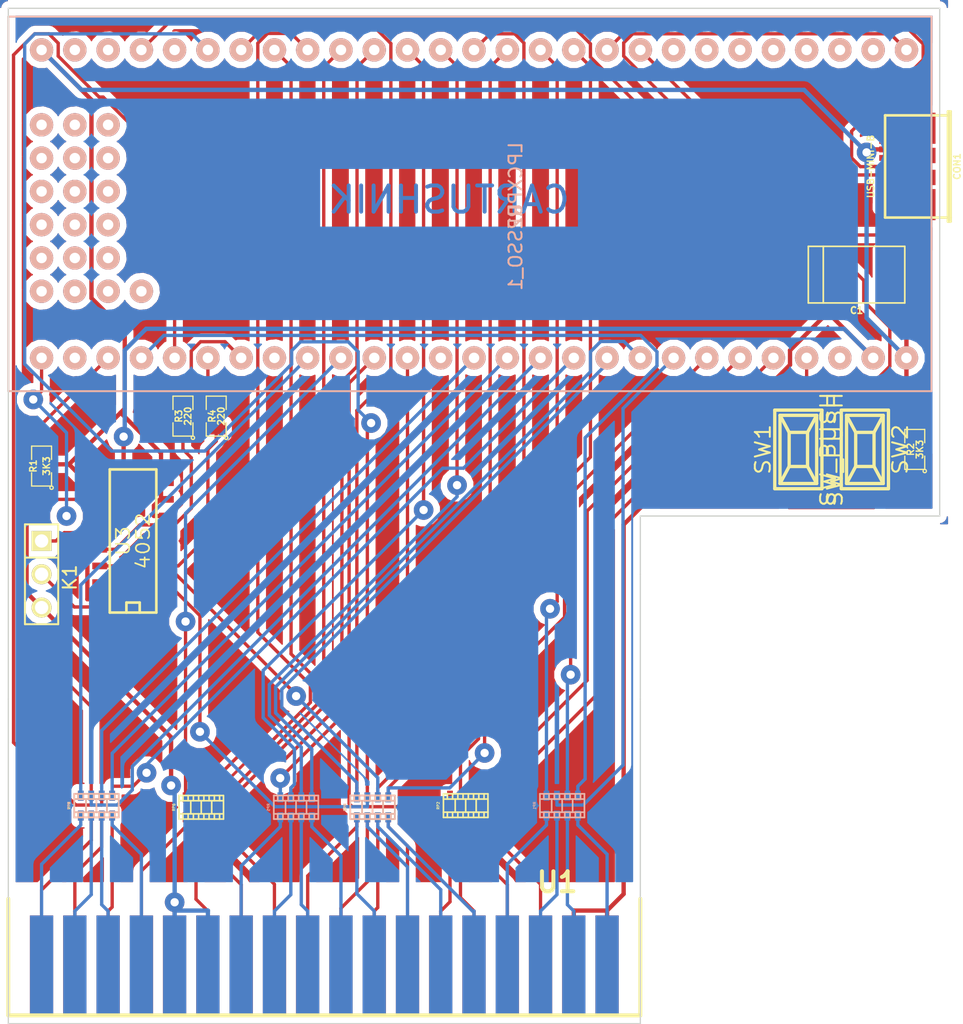
<source format=kicad_pcb>
(kicad_pcb (version 3) (host pcbnew "(2013-07-07 BZR 4022)-stable")
  (layers (15 F.Cu signal) (0 B.Cu signal) (18 B.Paste user) (19 F.Paste user) (20 B.SilkS user) (21 F.SilkS user) (22 B.Mask user) (23 F.Mask user) (28 Edge.Cuts user))
  (net 0 "")
  (net 1 +3.3V)
  (net 2 +5V)
  (net 3 /A0)
  (net 4 /A0x)
  (net 5 /A1)
  (net 6 /A10)
  (net 7 /A10x)
  (net 8 /A11)
  (net 9 /A11x)
  (net 10 /A12)
  (net 11 /A12x)
  (net 12 /A13)
  (net 13 /A13x)
  (net 14 /A14)
  (net 15 /A14x)
  (net 16 /A1x)
  (net 17 /A2)
  (net 18 /A2/BOOT_TXD)
  (net 19 /A2A3ENA)
  (net 20 /A2x)
  (net 21 /A3)
  (net 22 /A3/BOOT_RXD)
  (net 23 /A3x)
  (net 24 /A4)
  (net 25 /A4x)
  (net 26 /A5)
  (net 27 /A5x)
  (net 28 /A6)
  (net 29 /A6x)
  (net 30 /A7)
  (net 31 /A7x)
  (net 32 /A8)
  (net 33 /A8x)
  (net 34 /A9)
  (net 35 /A9x)
  (net 36 /B.6)
  (net 37 /B.6x)
  (net 38 /BOOT_RXD)
  (net 39 /BOOT_TXD)
  (net 40 /D0)
  (net 41 /D0x)
  (net 42 /D1)
  (net 43 /D1x)
  (net 44 /D2)
  (net 45 /D2x)
  (net 46 /D3)
  (net 47 /D3x)
  (net 48 /D4)
  (net 49 /D4x)
  (net 50 /D5)
  (net 51 /D5x)
  (net 52 /D6)
  (net 53 /D6x)
  (net 54 /D7)
  (net 55 /D7x)
  (net 56 /R/~W)
  (net 57 /R/~Wx)
  (net 58 /USBD+)
  (net 59 /USBD-)
  (net 60 /~CART)
  (net 61 /~CARTx)
  (net 62 /~CE)
  (net 63 /~CEx)
  (net 64 /~HALT)
  (net 65 /~HALTx)
  (net 66 /~IRQ)
  (net 67 /~IRQx)
  (net 68 /~NMI)
  (net 69 /~NMIx)
  (net 70 /~OE)
  (net 71 /~OEx)
  (net 72 /~RESET)
  (net 73 GND)
  (net 74 N-0000046)
  (net 75 N-0000047)
  (net 76 N-0000048)
  (module VECTREX_CARTRIDGE (layer F.Cu) (at 258.445 252.095)
    (fp_text reference U1 (at 19.05 -5.08) (layer F.SilkS) (effects (font (size 1.524 1.524) (thickness 0.3048))))
    (fp_text value VECTREXCONN hide)
    (pad 1 connect rect (at 22.86 1.27) (size 1.778 7.62) (layers B.Cu B.Mask) (net 65 /~HALTx))
    (pad 3 connect rect (at 20.32 1.27) (size 1.778 7.62) (layers B.Cu B.Mask) (net 31 /A7x))
    (pad 5 connect rect (at 17.78 1.27) (size 1.778 7.62) (layers B.Cu B.Mask) (net 29 /A6x))
    (pad 7 connect rect (at 15.24 1.27) (size 1.778 7.62) (layers B.Cu B.Mask) (net 27 /A5x))
    (pad 9 connect rect (at 12.7 1.27) (size 1.778 7.62) (layers B.Cu B.Mask) (net 25 /A4x))
    (pad 11 connect rect (at 10.16 1.27) (size 1.778 7.62) (layers B.Cu B.Mask) (net 23 /A3x))
    (pad 13 connect rect (at 7.62 1.27) (size 1.778 7.62) (layers B.Cu B.Mask) (net 20 /A2x))
    (pad 15 connect rect (at 5.08 1.27) (size 1.778 7.62) (layers B.Cu B.Mask) (net 16 /A1x))
    (pad 17 connect rect (at 2.54 1.27) (size 1.778 7.62) (layers B.Cu B.Mask) (net 4 /A0x))
    (pad 19 connect rect (at 0 1.27) (size 1.778 7.62) (layers B.Cu B.Mask) (net 41 /D0x))
    (pad 21 connect rect (at -2.54 1.27) (size 1.778 7.62) (layers B.Cu B.Mask) (net 43 /D1x))
    (pad 23 connect rect (at -5.08 1.27) (size 1.778 7.62) (layers B.Cu B.Mask) (net 45 /D2x))
    (pad 25 connect rect (at -7.62 1.27) (size 1.778 7.62) (layers B.Cu B.Mask) (net 73 GND))
    (pad 27 connect rect (at -10.16 1.27) (size 1.778 7.62) (layers B.Cu B.Mask) (net 73 GND))
    (pad 29 connect rect (at -12.7 1.27) (size 1.778 7.62) (layers B.Cu B.Mask) (net 11 /A12x))
    (pad 31 connect rect (at -15.24 1.27) (size 1.778 7.62) (layers B.Cu B.Mask) (net 13 /A13x))
    (pad 33 connect rect (at -17.78 1.27) (size 1.778 7.62) (layers B.Cu B.Mask) (net 15 /A14x))
    (pad 35 connect rect (at -20.32 1.27) (size 1.778 7.62) (layers B.Cu B.Mask) (net 37 /B.6x))
    (pad 2 connect rect (at 22.86 1.27) (size 1.778 7.62) (layers F.Cu F.Mask) (net 2 +5V))
    (pad 4 connect rect (at 20.32 1.27) (size 1.778 7.62) (layers F.Cu F.Mask) (net 2 +5V))
    (pad 6 connect rect (at 17.78 1.27) (size 1.778 7.62) (layers F.Cu F.Mask) (net 33 /A8x))
    (pad 8 connect rect (at 15.24 1.27) (size 1.778 7.62) (layers F.Cu F.Mask) (net 35 /A9x))
    (pad 10 connect rect (at 12.7 1.27) (size 1.778 7.62) (layers F.Cu F.Mask) (net 9 /A11x))
    (pad 12 connect rect (at 10.16 1.27) (size 1.778 7.62) (layers F.Cu F.Mask) (net 71 /~OEx))
    (pad 14 connect rect (at 7.62 1.27) (size 1.778 7.62) (layers F.Cu F.Mask) (net 7 /A10x))
    (pad 16 connect rect (at 5.08 1.27) (size 1.778 7.62) (layers F.Cu F.Mask) (net 63 /~CEx))
    (pad 18 connect rect (at 2.54 1.27) (size 1.778 7.62) (layers F.Cu F.Mask) (net 55 /D7x))
    (pad 20 connect rect (at 0 1.27) (size 1.778 7.62) (layers F.Cu F.Mask) (net 53 /D6x))
    (pad 24 connect rect (at -5.08 1.27) (size 1.778 7.62) (layers F.Cu F.Mask) (net 49 /D4x))
    (pad 28 connect rect (at -10.16 1.27) (size 1.778 7.62) (layers F.Cu F.Mask) (net 73 GND))
    (pad 26 connect rect (at -7.62 1.27) (size 1.778 7.62) (layers F.Cu F.Mask) (net 47 /D3x))
    (pad 22 connect rect (at -2.54 1.27) (size 1.778 7.62) (layers F.Cu F.Mask) (net 51 /D5x))
    (pad 30 connect rect (at -12.7 1.27) (size 1.778 7.62) (layers F.Cu F.Mask) (net 57 /R/~Wx))
    (pad 32 connect rect (at -15.24 1.27) (size 1.778 7.62) (layers F.Cu F.Mask) (net 61 /~CARTx))
    (pad 34 connect rect (at -17.78 1.27) (size 1.778 7.62) (layers F.Cu F.Mask) (net 69 /~NMIx))
    (pad 36 connect rect (at -20.32 1.27) (size 1.778 7.62) (layers F.Cu F.Mask) (net 67 /~IRQx))
  )
  (module LPCXPRESSO (layer B.Cu) (at 274.32 196.215 90)
    (fp_text reference U2 (at 0 0 90) (layer B.SilkS) (effects (justify mirror)))
    (fp_text value LPCXPRESSO_1 (at 0 0 90) (layer B.SilkS) (effects (justify mirror)))
    (pad 1 thru_hole circle (at -10.795 29.845 90) (size 1.778 1.778) (drill 0.8) (layers *.Cu *.Mask B.SilkS) (net 73 GND))
    (pad 2 thru_hole circle (at -10.795 27.305 90) (size 1.778 1.778) (drill 0.8) (layers *.Cu *.Mask B.SilkS) (net 2 +5V))
    (pad 3 thru_hole circle (at -10.795 24.765 90) (size 1.778 1.778) (drill 0.8) (layers *.Cu *.Mask B.SilkS))
    (pad 4 thru_hole circle (at -10.795 22.225 90) (size 1.778 1.778) (drill 0.8) (layers *.Cu *.Mask B.SilkS) (net 72 /~RESET))
    (pad 5 thru_hole circle (at -10.795 19.685 90) (size 1.778 1.778) (drill 0.8) (layers *.Cu *.Mask B.SilkS) (net 34 /A9))
    (pad 6 thru_hole circle (at -10.795 17.145 90) (size 1.778 1.778) (drill 0.8) (layers *.Cu *.Mask B.SilkS) (net 32 /A8))
    (pad 7 thru_hole circle (at -10.795 14.605 90) (size 1.778 1.778) (drill 0.8) (layers *.Cu *.Mask B.SilkS) (net 30 /A7))
    (pad 8 thru_hole circle (at -10.795 12.065 90) (size 1.778 1.778) (drill 0.8) (layers *.Cu *.Mask B.SilkS) (net 28 /A6))
    (pad 9 thru_hole circle (at -10.795 9.525 90) (size 1.778 1.778) (drill 0.8) (layers *.Cu *.Mask B.SilkS) (net 3 /A0))
    (pad 10 thru_hole circle (at -10.795 6.985 90) (size 1.778 1.778) (drill 0.8) (layers *.Cu *.Mask B.SilkS) (net 5 /A1))
    (pad 11 thru_hole circle (at -10.795 4.445 90) (size 1.778 1.778) (drill 0.8) (layers *.Cu *.Mask B.SilkS) (net 60 /~CART))
    (pad 12 thru_hole circle (at -10.795 1.905 90) (size 1.778 1.778) (drill 0.8) (layers *.Cu *.Mask B.SilkS) (net 14 /A14))
    (pad 13 thru_hole circle (at -10.795 -0.635 90) (size 1.778 1.778) (drill 0.8) (layers *.Cu *.Mask B.SilkS) (net 10 /A12))
    (pad 14 thru_hole circle (at -10.795 -3.175 90) (size 1.778 1.778) (drill 0.8) (layers *.Cu *.Mask B.SilkS) (net 12 /A13))
    (pad 15 thru_hole circle (at -10.795 -5.715 90) (size 1.778 1.778) (drill 0.8) (layers *.Cu *.Mask B.SilkS))
    (pad 16 thru_hole circle (at -10.795 -8.255 90) (size 1.778 1.778) (drill 0.8) (layers *.Cu *.Mask B.SilkS) (net 62 /~CE))
    (pad 17 thru_hole circle (at -10.795 -10.795 90) (size 1.778 1.778) (drill 0.8) (layers *.Cu *.Mask B.SilkS) (net 70 /~OE))
    (pad 18 thru_hole circle (at -10.795 -13.335 90) (size 1.778 1.778) (drill 0.8) (layers *.Cu *.Mask B.SilkS) (net 56 /R/~W))
    (pad 19 thru_hole circle (at -10.795 -15.875 90) (size 1.778 1.778) (drill 0.8) (layers *.Cu *.Mask B.SilkS) (net 36 /B.6))
    (pad 20 thru_hole circle (at -10.795 -18.415 90) (size 1.778 1.778) (drill 0.8) (layers *.Cu *.Mask B.SilkS))
    (pad 21 thru_hole circle (at -10.795 -20.955 90) (size 1.778 1.778) (drill 0.8) (layers *.Cu *.Mask B.SilkS) (net 18 /A2/BOOT_TXD))
    (pad 22 thru_hole circle (at -10.795 -23.495 90) (size 1.778 1.778) (drill 0.8) (layers *.Cu *.Mask B.SilkS) (net 22 /A3/BOOT_RXD))
    (pad 23 thru_hole circle (at -10.795 -26.035 90) (size 1.778 1.778) (drill 0.8) (layers *.Cu *.Mask B.SilkS) (net 68 /~NMI))
    (pad 24 thru_hole circle (at -10.795 -28.575 90) (size 1.778 1.778) (drill 0.8) (layers *.Cu *.Mask B.SilkS) (net 64 /~HALT))
    (pad 25 thru_hole circle (at -10.795 -31.115 90) (size 1.778 1.778) (drill 0.8) (layers *.Cu *.Mask B.SilkS) (net 66 /~IRQ))
    (pad 26 thru_hole circle (at -10.795 -33.655 90) (size 1.778 1.778) (drill 0.8) (layers *.Cu *.Mask B.SilkS))
    (pad 27 thru_hole circle (at -10.795 -36.195 90) (size 1.778 1.778) (drill 0.8) (layers *.Cu *.Mask B.SilkS) (net 19 /A2A3ENA))
    (pad 28 thru_hole circle (at 12.7 29.845 90) (size 1.778 1.778) (drill 0.8) (layers *.Cu *.Mask B.SilkS) (net 1 +3.3V))
    (pad 29 thru_hole circle (at 12.7 27.305 90) (size 1.778 1.778) (drill 0.8) (layers *.Cu *.Mask B.SilkS))
    (pad 30 thru_hole circle (at 12.7 24.765 90) (size 1.778 1.778) (drill 0.8) (layers *.Cu *.Mask B.SilkS))
    (pad 31 thru_hole circle (at 12.7 22.225 90) (size 1.778 1.778) (drill 0.8) (layers *.Cu *.Mask B.SilkS))
    (pad 32 thru_hole circle (at 12.7 19.685 90) (size 1.778 1.778) (drill 0.8) (layers *.Cu *.Mask B.SilkS))
    (pad 33 thru_hole circle (at 12.7 17.145 90) (size 1.778 1.778) (drill 0.8) (layers *.Cu *.Mask B.SilkS))
    (pad 34 thru_hole circle (at 12.7 14.605 90) (size 1.778 1.778) (drill 0.8) (layers *.Cu *.Mask B.SilkS))
    (pad 35 thru_hole circle (at 12.7 12.065 90) (size 1.778 1.778) (drill 0.8) (layers *.Cu *.Mask B.SilkS))
    (pad 37 thru_hole circle (at 12.7 6.985 90) (size 1.778 1.778) (drill 0.8) (layers *.Cu *.Mask B.SilkS) (net 58 /USBD+))
    (pad 38 thru_hole circle (at 12.7 4.445 90) (size 1.778 1.778) (drill 0.8) (layers *.Cu *.Mask B.SilkS) (net 24 /A4))
    (pad 39 thru_hole circle (at 12.7 1.905 90) (size 1.778 1.778) (drill 0.8) (layers *.Cu *.Mask B.SilkS) (net 26 /A5))
    (pad 40 thru_hole circle (at 12.7 -0.635 90) (size 1.778 1.778) (drill 0.8) (layers *.Cu *.Mask B.SilkS) (net 6 /A10))
    (pad 41 thru_hole circle (at 12.7 -3.175 90) (size 1.778 1.778) (drill 0.8) (layers *.Cu *.Mask B.SilkS) (net 8 /A11))
    (pad 42 thru_hole circle (at 12.7 -5.715 90) (size 1.778 1.778) (drill 0.8) (layers *.Cu *.Mask B.SilkS) (net 40 /D0))
    (pad 43 thru_hole circle (at 12.7 -8.255 90) (size 1.778 1.778) (drill 0.8) (layers *.Cu *.Mask B.SilkS) (net 42 /D1))
    (pad 44 thru_hole circle (at 12.7 -10.795 90) (size 1.778 1.778) (drill 0.8) (layers *.Cu *.Mask B.SilkS) (net 44 /D2))
    (pad 45 thru_hole circle (at 12.7 -13.335 90) (size 1.778 1.778) (drill 0.8) (layers *.Cu *.Mask B.SilkS) (net 46 /D3))
    (pad 46 thru_hole circle (at 12.7 -15.875 90) (size 1.778 1.778) (drill 0.8) (layers *.Cu *.Mask B.SilkS) (net 48 /D4))
    (pad 47 thru_hole circle (at 12.7 -18.415 90) (size 1.778 1.778) (drill 0.8) (layers *.Cu *.Mask B.SilkS) (net 50 /D5))
    (pad 48 thru_hole circle (at 12.7 -20.955 90) (size 1.778 1.778) (drill 0.8) (layers *.Cu *.Mask B.SilkS) (net 52 /D6))
    (pad 49 thru_hole circle (at 12.7 -23.495 90) (size 1.778 1.778) (drill 0.8) (layers *.Cu *.Mask B.SilkS) (net 54 /D7))
    (pad 50 thru_hole circle (at 12.7 -26.035 90) (size 1.778 1.778) (drill 0.8) (layers *.Cu *.Mask B.SilkS))
    (pad 51 thru_hole circle (at 12.7 -28.575 90) (size 1.778 1.778) (drill 0.8) (layers *.Cu *.Mask B.SilkS) (net 75 N-0000047))
    (pad 52 thru_hole circle (at 12.7 -31.115 90) (size 1.778 1.778) (drill 0.8) (layers *.Cu *.Mask B.SilkS))
    (pad 53 thru_hole circle (at 12.7 -33.655 90) (size 1.778 1.778) (drill 0.8) (layers *.Cu *.Mask B.SilkS))
    (pad 54 thru_hole circle (at 12.7 -36.195 90) (size 1.778 1.778) (drill 0.8) (layers *.Cu *.Mask B.SilkS) (net 73 GND))
    (pad 36 thru_hole circle (at 12.7 9.525 90) (size 1.778 1.778) (drill 0.8) (layers *.Cu *.Mask B.SilkS) (net 59 /USBD-))
    (pad P1 thru_hole circle (at 6.985 -36.195 90) (size 1.778 1.778) (drill 0.8) (layers *.Cu *.Mask B.SilkS))
    (pad P2 thru_hole circle (at 6.985 -33.655 90) (size 1.778 1.778) (drill 0.8) (layers *.Cu *.Mask B.SilkS))
    (pad P3 thru_hole circle (at 6.985 -31.115 90) (size 1.778 1.778) (drill 0.8) (layers *.Cu *.Mask B.SilkS))
    (pad P4 thru_hole circle (at 4.445 -36.195 90) (size 1.778 1.778) (drill 0.8) (layers *.Cu *.Mask B.SilkS))
    (pad P5 thru_hole circle (at 4.445 -33.655 90) (size 1.778 1.778) (drill 0.8) (layers *.Cu *.Mask B.SilkS))
    (pad P6 thru_hole circle (at 4.445 -31.115 90) (size 1.778 1.778) (drill 0.8) (layers *.Cu *.Mask B.SilkS))
    (pad P7 thru_hole circle (at 1.905 -36.195 90) (size 1.778 1.778) (drill 0.8) (layers *.Cu *.Mask B.SilkS))
    (pad P8 thru_hole circle (at 1.905 -33.655 90) (size 1.778 1.778) (drill 0.8) (layers *.Cu *.Mask B.SilkS))
    (pad P9 thru_hole circle (at 1.905 -31.115 90) (size 1.778 1.778) (drill 0.8) (layers *.Cu *.Mask B.SilkS))
    (pad P10 thru_hole circle (at -0.635 -36.195 90) (size 1.778 1.778) (drill 0.8) (layers *.Cu *.Mask B.SilkS))
    (pad P11 thru_hole circle (at -0.635 -33.655 90) (size 1.778 1.778) (drill 0.8) (layers *.Cu *.Mask B.SilkS))
    (pad P12 thru_hole circle (at -0.635 -31.115 90) (size 1.778 1.778) (drill 0.8) (layers *.Cu *.Mask B.SilkS))
    (pad P13 thru_hole circle (at -3.175 -36.195 90) (size 1.778 1.778) (drill 0.8) (layers *.Cu *.Mask B.SilkS))
    (pad P14 thru_hole circle (at -3.175 -33.655 90) (size 1.778 1.778) (drill 0.8) (layers *.Cu *.Mask B.SilkS))
    (pad P15 thru_hole circle (at -3.175 -31.115 90) (size 1.778 1.778) (drill 0.8) (layers *.Cu *.Mask B.SilkS))
    (pad P16 thru_hole circle (at -5.715 -36.195 90) (size 1.778 1.778) (drill 0.8) (layers *.Cu *.Mask B.SilkS))
    (pad P17 thru_hole circle (at -5.715 -33.655 90) (size 1.778 1.778) (drill 0.8) (layers *.Cu *.Mask B.SilkS))
    (pad P18 thru_hole circle (at -5.715 -31.115 90) (size 1.778 1.778) (drill 0.8) (layers *.Cu *.Mask B.SilkS))
    (pad P19 thru_hole circle (at -5.715 -28.575 90) (size 1.778 1.778) (drill 0.8) (layers *.Cu *.Mask B.SilkS))
  )
  (module r_cat16-4 (layer B.Cu) (at 277.876 241.173 270)
    (fp_text reference RP1 (at 0 2.10058 270) (layer B.SilkS) (effects (font (size 0.20066 0.20066) (thickness 0.04064)) (justify mirror)))
    (fp_text value R_PACK4 hide)
    (pad 2 smd rect (at 0.762 -0.39878 270) (size 0.762 0.4318) (layers B.Cu B.Paste B.Mask) (net 31 /A7x))
    (pad 7 smd rect (at -0.762 -0.39878 270) (size 0.762 0.4318) (layers B.Cu B.Paste B.Mask) (net 30 /A7))
    (pad 3 smd rect (at 0.762 0.39878 270) (size 0.762 0.4318) (layers B.Cu B.Paste B.Mask) (net 29 /A6x))
    (pad 6 smd rect (at -0.762 0.39878 270) (size 0.762 0.4318) (layers B.Cu B.Paste B.Mask) (net 28 /A6))
    (pad 1 smd rect (at 0.762 -1.19888 270) (size 0.762 0.4318) (layers B.Cu B.Paste B.Mask) (net 65 /~HALTx))
    (pad 4 smd rect (at 0.762 1.19888 270) (size 0.762 0.4318) (layers B.Cu B.Paste B.Mask) (net 27 /A5x))
    (pad 5 smd rect (at -0.762 1.19888 270) (size 0.762 0.4318) (layers B.Cu B.Paste B.Mask) (net 26 /A5))
    (pad 8 smd rect (at -0.762 -1.19888 270) (size 0.762 0.4318) (layers B.Cu B.Paste B.Mask) (net 64 /~HALT))
  )
  (module c_tant_D (layer F.Cu) (at 300.355 200.66 180)
    (fp_text reference C1 (at 0 -2.7305 180) (layer F.SilkS) (effects (font (size 0.50038 0.50038) (thickness 0.11938))))
    (fp_text value CP1 hide)
    (pad 1 smd rect (at 2.99974 0 180) (size 2.55016 2.70002) (layers F.Cu F.Paste F.Mask) (net 2 +5V))
    (pad 2 smd rect (at -2.99974 0 180) (size 2.55016 3.79984) (layers F.Cu F.Paste F.Mask) (net 73 GND))
  )
  (module r_cat16-4 (layer B.Cu) (at 263.398 241.3 270)
    (fp_text reference RP3 (at 0 2.10058 270) (layer B.SilkS) (effects (font (size 0.20066 0.20066) (thickness 0.04064)) (justify mirror)))
    (fp_text value R_PACK4 hide)
    (pad 2 smd rect (at 0.762 -0.39878 270) (size 0.762 0.4318) (layers B.Cu B.Paste B.Mask) (net 23 /A3x))
    (pad 7 smd rect (at -0.762 -0.39878 270) (size 0.762 0.4318) (layers B.Cu B.Paste B.Mask) (net 21 /A3))
    (pad 3 smd rect (at 0.762 0.39878 270) (size 0.762 0.4318) (layers B.Cu B.Paste B.Mask) (net 20 /A2x))
    (pad 6 smd rect (at -0.762 0.39878 270) (size 0.762 0.4318) (layers B.Cu B.Paste B.Mask) (net 17 /A2))
    (pad 1 smd rect (at 0.762 -1.19888 270) (size 0.762 0.4318) (layers B.Cu B.Paste B.Mask) (net 25 /A4x))
    (pad 4 smd rect (at 0.762 1.19888 270) (size 0.762 0.4318) (layers B.Cu B.Paste B.Mask) (net 16 /A1x))
    (pad 5 smd rect (at -0.762 1.19888 270) (size 0.762 0.4318) (layers B.Cu B.Paste B.Mask) (net 5 /A1))
    (pad 8 smd rect (at -0.762 -1.19888 270) (size 0.762 0.4318) (layers B.Cu B.Paste B.Mask) (net 24 /A4))
  )
  (module r_cat16-4 (layer F.Cu) (at 270.51 241.173 90)
    (fp_text reference RP2 (at 0 -2.10058 90) (layer F.SilkS) (effects (font (size 0.20066 0.20066) (thickness 0.04064))))
    (fp_text value R_PACK4 hide)
    (pad 2 smd rect (at 0.762 0.39878 90) (size 0.762 0.4318) (layers F.Cu F.Paste F.Mask) (net 34 /A9))
    (pad 7 smd rect (at -0.762 0.39878 90) (size 0.762 0.4318) (layers F.Cu F.Paste F.Mask) (net 35 /A9x))
    (pad 3 smd rect (at 0.762 -0.39878 90) (size 0.762 0.4318) (layers F.Cu F.Paste F.Mask) (net 8 /A11))
    (pad 6 smd rect (at -0.762 -0.39878 90) (size 0.762 0.4318) (layers F.Cu F.Paste F.Mask) (net 9 /A11x))
    (pad 1 smd rect (at 0.762 1.19888 90) (size 0.762 0.4318) (layers F.Cu F.Paste F.Mask) (net 32 /A8))
    (pad 4 smd rect (at 0.762 -1.19888 90) (size 0.762 0.4318) (layers F.Cu F.Paste F.Mask) (net 70 /~OE))
    (pad 5 smd rect (at -0.762 -1.19888 90) (size 0.762 0.4318) (layers F.Cu F.Paste F.Mask) (net 71 /~OEx))
    (pad 8 smd rect (at -0.762 1.19888 90) (size 0.762 0.4318) (layers F.Cu F.Paste F.Mask) (net 33 /A8x))
  )
  (module r_cat16-4 (layer F.Cu) (at 263.398 241.3 90)
    (fp_text reference RP4 (at 0 -2.10058 90) (layer F.SilkS) (effects (font (size 0.20066 0.20066) (thickness 0.04064))))
    (fp_text value R_PACK4 hide)
    (pad 2 smd rect (at 0.762 0.39878 90) (size 0.762 0.4318) (layers F.Cu F.Paste F.Mask) (net 62 /~CE))
    (pad 7 smd rect (at -0.762 0.39878 90) (size 0.762 0.4318) (layers F.Cu F.Paste F.Mask) (net 63 /~CEx))
    (pad 3 smd rect (at 0.762 -0.39878 90) (size 0.762 0.4318) (layers F.Cu F.Paste F.Mask) (net 54 /D7))
    (pad 6 smd rect (at -0.762 -0.39878 90) (size 0.762 0.4318) (layers F.Cu F.Paste F.Mask) (net 55 /D7x))
    (pad 1 smd rect (at 0.762 1.19888 90) (size 0.762 0.4318) (layers F.Cu F.Paste F.Mask) (net 6 /A10))
    (pad 4 smd rect (at 0.762 -1.19888 90) (size 0.762 0.4318) (layers F.Cu F.Paste F.Mask) (net 52 /D6))
    (pad 5 smd rect (at -0.762 -1.19888 90) (size 0.762 0.4318) (layers F.Cu F.Paste F.Mask) (net 53 /D6x))
    (pad 8 smd rect (at -0.762 1.19888 90) (size 0.762 0.4318) (layers F.Cu F.Paste F.Mask) (net 7 /A10x))
  )
  (module r_cat16-4 (layer B.Cu) (at 257.556 241.3 270)
    (fp_text reference RP5 (at 0 2.10058 270) (layer B.SilkS) (effects (font (size 0.20066 0.20066) (thickness 0.04064)) (justify mirror)))
    (fp_text value R_PACK4 hide)
    (pad 2 smd rect (at 0.762 -0.39878 270) (size 0.762 0.4318) (layers B.Cu B.Paste B.Mask) (net 41 /D0x))
    (pad 7 smd rect (at -0.762 -0.39878 270) (size 0.762 0.4318) (layers B.Cu B.Paste B.Mask) (net 40 /D0))
    (pad 3 smd rect (at 0.762 0.39878 270) (size 0.762 0.4318) (layers B.Cu B.Paste B.Mask) (net 43 /D1x))
    (pad 6 smd rect (at -0.762 0.39878 270) (size 0.762 0.4318) (layers B.Cu B.Paste B.Mask) (net 42 /D1))
    (pad 1 smd rect (at 0.762 -1.19888 270) (size 0.762 0.4318) (layers B.Cu B.Paste B.Mask) (net 4 /A0x))
    (pad 4 smd rect (at 0.762 1.19888 270) (size 0.762 0.4318) (layers B.Cu B.Paste B.Mask) (net 45 /D2x))
    (pad 5 smd rect (at -0.762 1.19888 270) (size 0.762 0.4318) (layers B.Cu B.Paste B.Mask) (net 44 /D2))
    (pad 8 smd rect (at -0.762 -1.19888 270) (size 0.762 0.4318) (layers B.Cu B.Paste B.Mask) (net 3 /A0))
  )
  (module r_cat16-4 (layer F.Cu) (at 250.317 241.3 90)
    (fp_text reference RP6 (at 0 -2.10058 90) (layer F.SilkS) (effects (font (size 0.20066 0.20066) (thickness 0.04064))))
    (fp_text value R_PACK4 hide)
    (pad 2 smd rect (at 0.762 0.39878 90) (size 0.762 0.4318) (layers F.Cu F.Paste F.Mask) (net 48 /D4))
    (pad 7 smd rect (at -0.762 0.39878 90) (size 0.762 0.4318) (layers F.Cu F.Paste F.Mask) (net 49 /D4x))
    (pad 3 smd rect (at 0.762 -0.39878 90) (size 0.762 0.4318) (layers F.Cu F.Paste F.Mask) (net 46 /D3))
    (pad 6 smd rect (at -0.762 -0.39878 90) (size 0.762 0.4318) (layers F.Cu F.Paste F.Mask) (net 47 /D3x))
    (pad 1 smd rect (at 0.762 1.19888 90) (size 0.762 0.4318) (layers F.Cu F.Paste F.Mask) (net 50 /D5))
    (pad 4 smd rect (at 0.762 -1.19888 90) (size 0.762 0.4318) (layers F.Cu F.Paste F.Mask) (net 56 /R/~W))
    (pad 5 smd rect (at -0.762 -1.19888 90) (size 0.762 0.4318) (layers F.Cu F.Paste F.Mask) (net 57 /R/~Wx))
    (pad 8 smd rect (at -0.762 1.19888 90) (size 0.762 0.4318) (layers F.Cu F.Paste F.Mask) (net 51 /D5x))
  )
  (module r_cat16-4 (layer B.Cu) (at 242.316 241.173 270)
    (fp_text reference RP7 (at 0 2.10058 270) (layer B.SilkS) (effects (font (size 0.20066 0.20066) (thickness 0.04064)) (justify mirror)))
    (fp_text value R_PACK4 hide)
    (pad 2 smd rect (at 0.762 -0.39878 270) (size 0.762 0.4318) (layers B.Cu B.Paste B.Mask) (net 13 /A13x))
    (pad 7 smd rect (at -0.762 -0.39878 270) (size 0.762 0.4318) (layers B.Cu B.Paste B.Mask) (net 12 /A13))
    (pad 3 smd rect (at 0.762 0.39878 270) (size 0.762 0.4318) (layers B.Cu B.Paste B.Mask) (net 15 /A14x))
    (pad 6 smd rect (at -0.762 0.39878 270) (size 0.762 0.4318) (layers B.Cu B.Paste B.Mask) (net 14 /A14))
    (pad 1 smd rect (at 0.762 -1.19888 270) (size 0.762 0.4318) (layers B.Cu B.Paste B.Mask) (net 11 /A12x))
    (pad 4 smd rect (at 0.762 1.19888 270) (size 0.762 0.4318) (layers B.Cu B.Paste B.Mask) (net 37 /B.6x))
    (pad 5 smd rect (at -0.762 1.19888 270) (size 0.762 0.4318) (layers B.Cu B.Paste B.Mask) (net 36 /B.6))
    (pad 8 smd rect (at -0.762 -1.19888 270) (size 0.762 0.4318) (layers B.Cu B.Paste B.Mask) (net 10 /A12))
  )
  (module r_cat16-4 (layer F.Cu) (at 242.316 241.173 90)
    (fp_text reference RP8 (at 0 -2.10058 90) (layer F.SilkS) (effects (font (size 0.20066 0.20066) (thickness 0.04064))))
    (fp_text value R_PACK4 hide)
    (pad 2 smd rect (at 0.762 0.39878 90) (size 0.762 0.4318) (layers F.Cu F.Paste F.Mask) (net 68 /~NMI))
    (pad 7 smd rect (at -0.762 0.39878 90) (size 0.762 0.4318) (layers F.Cu F.Paste F.Mask) (net 69 /~NMIx))
    (pad 3 smd rect (at 0.762 -0.39878 90) (size 0.762 0.4318) (layers F.Cu F.Paste F.Mask) (net 66 /~IRQ))
    (pad 6 smd rect (at -0.762 -0.39878 90) (size 0.762 0.4318) (layers F.Cu F.Paste F.Mask) (net 67 /~IRQx))
    (pad 1 smd rect (at 0.762 1.19888 90) (size 0.762 0.4318) (layers F.Cu F.Paste F.Mask) (net 60 /~CART))
    (pad 4 smd rect (at 0.762 -1.19888 90) (size 0.762 0.4318) (layers F.Cu F.Paste F.Mask))
    (pad 5 smd rect (at -0.762 -1.19888 90) (size 0.762 0.4318) (layers F.Cu F.Paste F.Mask))
    (pad 8 smd rect (at -0.762 1.19888 90) (size 0.762 0.4318) (layers F.Cu F.Paste F.Mask) (net 61 /~CARTx))
  )
  (module SO16E (layer F.Cu) (at 245.11 220.98 90)
    (fp_text reference U3 (at 0 -0.762 90) (layer F.SilkS) (effects (font (size 1.016 1.143) (thickness 0.127))))
    (fp_text value 4052 (at 0 0.762 90) (layer F.SilkS) (effects (font (size 1.016 1.143) (thickness 0.127))))
    (pad 1 smd rect (at -4.445 2.54 90) (size 0.508 1.143) (layers F.Cu F.Paste F.Mask) (net 38 /BOOT_RXD))
    (pad 2 smd rect (at -3.175 2.54 90) (size 0.508 1.143) (layers F.Cu F.Paste F.Mask))
    (pad 3 smd rect (at -1.905 2.54 90) (size 0.508 1.143) (layers F.Cu F.Paste F.Mask) (net 76 N-0000048))
    (pad 4 smd rect (at -0.635 2.54 90) (size 0.508 1.143) (layers F.Cu F.Paste F.Mask))
    (pad 5 smd rect (at 0.635 2.54 90) (size 0.508 1.143) (layers F.Cu F.Paste F.Mask) (net 21 /A3))
    (pad 6 smd rect (at 1.905 2.54 90) (size 0.508 1.143) (layers F.Cu F.Paste F.Mask) (net 73 GND))
    (pad 7 smd rect (at 3.175 2.54 90) (size 0.508 1.143) (layers F.Cu F.Paste F.Mask) (net 73 GND))
    (pad 8 smd rect (at 4.445 2.54 90) (size 0.508 1.143) (layers F.Cu F.Paste F.Mask) (net 73 GND))
    (pad 9 smd rect (at 4.445 -2.54 90) (size 0.508 1.143) (layers F.Cu F.Paste F.Mask) (net 73 GND))
    (pad 10 smd rect (at 3.175 -2.54 90) (size 0.508 1.143) (layers F.Cu F.Paste F.Mask) (net 19 /A2A3ENA))
    (pad 11 smd rect (at 1.905 -2.54 90) (size 0.508 1.143) (layers F.Cu F.Paste F.Mask))
    (pad 12 smd rect (at 0.635 -2.54 90) (size 0.508 1.143) (layers F.Cu F.Paste F.Mask) (net 39 /BOOT_TXD))
    (pad 13 smd rect (at -0.635 -2.54 90) (size 0.508 1.143) (layers F.Cu F.Paste F.Mask) (net 74 N-0000046))
    (pad 14 smd rect (at -1.905 -2.54 90) (size 0.508 1.143) (layers F.Cu F.Paste F.Mask) (net 17 /A2))
    (pad 15 smd rect (at -3.175 -2.54 90) (size 0.508 1.143) (layers F.Cu F.Paste F.Mask))
    (pad 16 smd rect (at -4.445 -2.54 90) (size 0.508 1.143) (layers F.Cu F.Paste F.Mask) (net 2 +5V))
  )
  (module SM0805 (layer F.Cu) (at 238.125 215.265 90)
    (fp_text reference R1 (at 0 -0.635 90) (layer F.SilkS) (effects (font (size 0.50038 0.50038) (thickness 0.10922))))
    (fp_text value 3K3 (at 0 0.381 90) (layer F.SilkS) (effects (font (size 0.50038 0.50038) (thickness 0.10922))))
    (pad 1 smd rect (at -0.9525 0 90) (size 0.889 1.397) (layers F.Cu F.Paste F.Mask) (net 19 /A2A3ENA))
    (pad 2 smd rect (at 0.9525 0 90) (size 0.889 1.397) (layers F.Cu F.Paste F.Mask) (net 73 GND))
  )
  (module PIN_ARRAY_3X1 (layer F.Cu) (at 238.125 223.52 270)
    (fp_text reference K1 (at 0.254 -2.159 270) (layer F.SilkS) (effects (font (size 1.016 1.016) (thickness 0.1524))))
    (fp_text value CONN_3 hide)
    (pad 1 thru_hole rect (at -2.54 0 270) (size 1.524 1.524) (drill 1.016) (layers *.Cu *.Mask F.SilkS) (net 39 /BOOT_TXD))
    (pad 2 thru_hole circle (at 0 0 270) (size 1.524 1.524) (drill 1.016) (layers *.Cu *.Mask F.SilkS) (net 38 /BOOT_RXD))
    (pad 3 thru_hole circle (at 2.54 0 270) (size 1.524 1.524) (drill 1.016) (layers *.Cu *.Mask F.SilkS) (net 73 GND))
  )
  (module conn_usb_B_micro_smd (layer F.Cu) (at 305.435 192.405 90)
    (fp_text reference CON1 (at 0 2.60096 90) (layer F.SilkS) (effects (font (size 0.50038 0.50038) (thickness 0.09906))))
    (fp_text value USB-MINI-B (at 0 -4.0005 90) (layer F.SilkS) (effects (font (size 0.50038 0.50038) (thickness 0.09906))))
    (pad "" smd rect (at -0.8382 0 90) (size 1.17348 1.89738) (layers F.Cu F.Paste F.Mask))
    (pad "" smd rect (at 0.8382 0 90) (size 1.17348 1.89738) (layers F.Cu F.Paste F.Mask))
    (pad "" smd rect (at 2.91338 0 90) (size 2.3749 1.89738) (layers F.Cu F.Paste F.Mask))
    (pad "" smd rect (at -2.91338 0 90) (size 2.3749 1.89738) (layers F.Cu F.Paste F.Mask))
    (pad "" smd rect (at 2.46126 -2.2987 90) (size 1.4732 2.10058) (layers F.Cu F.Paste F.Mask))
    (pad "" smd rect (at -2.46126 -2.2987 90) (size 1.4732 2.10058) (layers F.Cu F.Paste F.Mask))
    (pad 1 smd rect (at -1.30048 -2.65938 90) (size 0.44958 1.37922) (layers F.Cu F.Paste F.Mask))
    (pad 2 smd rect (at -0.65024 -2.65938 90) (size 0.44958 1.37922) (layers F.Cu F.Paste F.Mask) (net 59 /USBD-))
    (pad 3 smd rect (at 0 -2.65938 90) (size 0.44958 1.37922) (layers F.Cu F.Paste F.Mask) (net 58 /USBD+))
    (pad 4 smd rect (at 0.65024 -2.65938 90) (size 0.44958 1.37922) (layers F.Cu F.Paste F.Mask))
    (pad 5 smd rect (at 1.30048 -2.65938 90) (size 0.44958 1.37922) (layers F.Cu F.Paste F.Mask) (net 73 GND))
  )
  (module smd_push (layer F.Cu) (at 295.91 213.995 90)
    (fp_text reference SW1 (at 0 -2.70002 90) (layer F.SilkS) (effects (font (size 1.143 1.27) (thickness 0.1524))))
    (fp_text value SW_PUSH (at 0 2.79908 90) (layer F.SilkS) (effects (font (size 1.143 1.27) (thickness 0.1524))))
    (pad 1 smd rect (at -3.59918 0 90) (size 1.00076 1.00076) (layers F.Cu F.Paste F.Mask) (net 73 GND))
    (pad 2 smd rect (at 3.59918 0 90) (size 1.00076 1.00076) (layers F.Cu F.Paste F.Mask) (net 72 /~RESET))
  )
  (module smd_push (layer F.Cu) (at 300.99 213.995 270)
    (fp_text reference SW2 (at 0 -2.70002 270) (layer F.SilkS) (effects (font (size 1.143 1.27) (thickness 0.1524))))
    (fp_text value SW_PUSH (at 0 2.79908 270) (layer F.SilkS) (effects (font (size 1.143 1.27) (thickness 0.1524))))
    (pad 1 smd rect (at -3.59918 0 270) (size 1.00076 1.00076) (layers F.Cu F.Paste F.Mask) (net 75 N-0000047))
    (pad 2 smd rect (at 3.59918 0 270) (size 1.00076 1.00076) (layers F.Cu F.Paste F.Mask) (net 73 GND))
  )
  (module SM0805 (layer F.Cu) (at 304.8 213.995 90)
    (fp_text reference R2 (at 0 -0.3175 90) (layer F.SilkS) (effects (font (size 0.50038 0.50038) (thickness 0.10922))))
    (fp_text value 3K3 (at 0 0.381 90) (layer F.SilkS) (effects (font (size 0.50038 0.50038) (thickness 0.10922))))
    (pad 1 smd rect (at -0.9525 0 90) (size 0.889 1.397) (layers F.Cu F.Paste F.Mask) (net 1 +3.3V))
    (pad 2 smd rect (at 0.9525 0 90) (size 0.889 1.397) (layers F.Cu F.Paste F.Mask) (net 75 N-0000047))
  )
  (module SM0805 (layer F.Cu) (at 248.92 211.455 90)
    (fp_text reference R3 (at 0 -0.3175 90) (layer F.SilkS) (effects (font (size 0.50038 0.50038) (thickness 0.10922))))
    (fp_text value 220 (at 0 0.381 90) (layer F.SilkS) (effects (font (size 0.50038 0.50038) (thickness 0.10922))))
    (pad 1 smd rect (at -0.9525 0 90) (size 0.889 1.397) (layers F.Cu F.Paste F.Mask) (net 74 N-0000046))
    (pad 2 smd rect (at 0.9525 0 90) (size 0.889 1.397) (layers F.Cu F.Paste F.Mask) (net 18 /A2/BOOT_TXD))
  )
  (module SM0805 (layer F.Cu) (at 251.46 211.455 90)
    (fp_text reference R4 (at 0 -0.3175 90) (layer F.SilkS) (effects (font (size 0.50038 0.50038) (thickness 0.10922))))
    (fp_text value 220 (at 0 0.381 90) (layer F.SilkS) (effects (font (size 0.50038 0.50038) (thickness 0.10922))))
    (pad 1 smd rect (at -0.9525 0 90) (size 0.889 1.397) (layers F.Cu F.Paste F.Mask) (net 76 N-0000048))
    (pad 2 smd rect (at 0.9525 0 90) (size 0.889 1.397) (layers F.Cu F.Paste F.Mask) (net 22 /A3/BOOT_RXD))
  )
  (gr_text CARTUSHNIK (at 269.24 194.945) (layer B.Cu) (effects (font (size 2 2) (thickness 0.3)) (justify mirror)))
  (gr_line (start 235.585 180.34) (end 235.585 181.61) (angle 90) (layer Edge.Cuts) (width 0.1))
  (gr_line (start 306.705 180.34) (end 306.705 181.61) (angle 90) (layer Edge.Cuts) (width 0.1))
  (gr_line (start 235.585 248.92) (end 235.585 257.81) (angle 90) (layer Edge.Cuts) (width 0.1))
  (gr_line (start 283.845 248.92) (end 283.845 257.81) (angle 90) (layer Edge.Cuts) (width 0.1))
  (gr_line (start 306.705 181.61) (end 306.705 219.075) (angle 90) (layer Edge.Cuts) (width 0.1))
  (gr_line (start 283.845 223.52) (end 283.845 219.075) (angle 90) (layer Edge.Cuts) (width 0.1))
  (gr_line (start 235.585 233.045) (end 235.585 248.92) (angle 90) (layer Edge.Cuts) (width 0.1))
  (gr_line (start 283.845 233.045) (end 283.845 248.92) (angle 90) (layer Edge.Cuts) (width 0.1))
  (gr_line (start 235.585 180.34) (end 306.705 180.34) (angle 90) (layer Edge.Cuts) (width 0.1))
  (gr_line (start 283.845 257.81) (end 235.585 257.81) (angle 90) (layer Edge.Cuts) (width 0.1))
  (gr_line (start 283.845 223.52) (end 283.845 233.045) (angle 90) (layer Edge.Cuts) (width 0.1))
  (gr_line (start 306.705 219.075) (end 283.845 219.075) (angle 90) (layer Edge.Cuts) (width 0.1))
  (gr_line (start 235.585 233.045) (end 235.585 181.61) (angle 90) (layer Edge.Cuts) (width 0.1))
  (segment (start 302.9325 182.2825) (end 304.165 183.515) (width 0.254) (layer F.Cu) (net 1))
  (segment (start 283.2624 182.2825) (end 302.9325 182.2825) (width 0.254) (layer F.Cu) (net 1))
  (segment (start 282.575 182.9699) (end 283.2624 182.2825) (width 0.254) (layer F.Cu) (net 1))
  (segment (start 282.575 183.9846) (end 282.575 182.9699) (width 0.254) (layer F.Cu) (net 1))
  (segment (start 296.2233 197.6329) (end 282.575 183.9846) (width 0.254) (layer F.Cu) (net 1))
  (segment (start 303.9872 197.6329) (end 296.2233 197.6329) (width 0.254) (layer F.Cu) (net 1))
  (segment (start 305.86 199.5057) (end 303.9872 197.6329) (width 0.254) (layer F.Cu) (net 1))
  (segment (start 305.86 213.6187) (end 305.86 199.5057) (width 0.254) (layer F.Cu) (net 1))
  (segment (start 305.313 214.1657) (end 305.86 213.6187) (width 0.254) (layer F.Cu) (net 1))
  (segment (start 304.8 214.1657) (end 305.313 214.1657) (width 0.254) (layer F.Cu) (net 1))
  (segment (start 304.8 214.9475) (end 304.8 214.1657) (width 0.254) (layer F.Cu) (net 1))
  (via (at 244.3894 213.0201) (size 1.5) (layers F.Cu B.Cu) (net 2))
  (segment (start 281.305 253.365) (end 281.305 249.1797) (width 0.33) (layer F.Cu) (net 2))
  (segment (start 282.5693 247.9154) (end 281.305 249.1797) (width 0.33) (layer F.Cu) (net 2))
  (segment (start 282.5693 219.7283) (end 282.5693 247.9154) (width 0.33) (layer F.Cu) (net 2))
  (segment (start 283.9773 218.3203) (end 282.5693 219.7283) (width 0.33) (layer F.Cu) (net 2))
  (segment (start 284.495 218.3203) (end 283.9773 218.3203) (width 0.33) (layer F.Cu) (net 2))
  (segment (start 295.275 207.5403) (end 284.495 218.3203) (width 0.33) (layer F.Cu) (net 2))
  (segment (start 295.275 206.4354) (end 295.275 207.5403) (width 0.33) (layer F.Cu) (net 2))
  (segment (start 298.1627 203.5477) (end 295.275 206.4354) (width 0.33) (layer F.Cu) (net 2))
  (segment (start 297.3553 202.7403) (end 298.1627 203.5477) (width 0.33) (layer F.Cu) (net 2))
  (segment (start 297.3553 200.66) (end 297.3553 202.7403) (width 0.33) (layer F.Cu) (net 2))
  (segment (start 298.1627 203.5477) (end 301.625 207.01) (width 0.33) (layer F.Cu) (net 2))
  (segment (start 278.765 249.1797) (end 281.305 249.1797) (width 0.33) (layer F.Cu) (net 2))
  (segment (start 278.765 253.365) (end 278.765 249.1797) (width 0.33) (layer F.Cu) (net 2))
  (segment (start 244.475 212.9345) (end 244.3894 213.0201) (width 0.33) (layer B.Cu) (net 2))
  (segment (start 244.475 206.4245) (end 244.475 212.9345) (width 0.33) (layer B.Cu) (net 2))
  (segment (start 246.1075 204.792) (end 244.475 206.4245) (width 0.33) (layer B.Cu) (net 2))
  (segment (start 299.407 204.792) (end 246.1075 204.792) (width 0.33) (layer B.Cu) (net 2))
  (segment (start 301.625 207.01) (end 299.407 204.792) (width 0.33) (layer B.Cu) (net 2))
  (segment (start 241.6232 221.1533) (end 241.6232 225.425) (width 0.33) (layer F.Cu) (net 2))
  (segment (start 241.7909 220.9856) (end 241.6232 221.1533) (width 0.33) (layer F.Cu) (net 2))
  (segment (start 243.2928 220.9856) (end 241.7909 220.9856) (width 0.33) (layer F.Cu) (net 2))
  (segment (start 244.3894 219.889) (end 243.2928 220.9856) (width 0.33) (layer F.Cu) (net 2))
  (segment (start 244.3894 213.0201) (end 244.3894 219.889) (width 0.33) (layer F.Cu) (net 2))
  (segment (start 242.57 225.425) (end 241.6232 225.425) (width 0.33) (layer F.Cu) (net 2))
  (segment (start 258.7549 240.538) (end 258.7549 239.8197) (width 0.254) (layer B.Cu) (net 3))
  (segment (start 258.7549 236.8582) (end 258.7549 239.8197) (width 0.254) (layer B.Cu) (net 3))
  (segment (start 255.9972 234.1005) (end 258.7549 236.8582) (width 0.254) (layer B.Cu) (net 3))
  (segment (start 255.9972 232.1101) (end 255.9972 234.1005) (width 0.254) (layer B.Cu) (net 3))
  (segment (start 280.035 208.0723) (end 255.9972 232.1101) (width 0.254) (layer B.Cu) (net 3))
  (segment (start 280.035 206.5422) (end 280.035 208.0723) (width 0.254) (layer B.Cu) (net 3))
  (segment (start 280.8184 205.7588) (end 280.035 206.5422) (width 0.254) (layer B.Cu) (net 3))
  (segment (start 282.5938 205.7588) (end 280.8184 205.7588) (width 0.254) (layer B.Cu) (net 3))
  (segment (start 283.845 207.01) (end 282.5938 205.7588) (width 0.254) (layer B.Cu) (net 3))
  (segment (start 260.985 245.0104) (end 260.985 253.365) (width 0.254) (layer B.Cu) (net 4))
  (segment (start 258.7549 242.7803) (end 260.985 245.0104) (width 0.254) (layer B.Cu) (net 4))
  (segment (start 258.7549 242.062) (end 258.7549 242.7803) (width 0.254) (layer B.Cu) (net 4))
  (segment (start 281.305 207.459) (end 281.305 207.01) (width 0.254) (layer B.Cu) (net 5))
  (segment (start 256.4647 232.2993) (end 281.305 207.459) (width 0.254) (layer B.Cu) (net 5))
  (segment (start 256.4647 233.6795) (end 256.4647 232.2993) (width 0.254) (layer B.Cu) (net 5))
  (segment (start 262.1991 239.4139) (end 256.4647 233.6795) (width 0.254) (layer B.Cu) (net 5))
  (segment (start 262.1991 240.538) (end 262.1991 239.4139) (width 0.254) (layer B.Cu) (net 5))
  (segment (start 264.5969 240.538) (end 264.5969 239.8197) (width 0.254) (layer F.Cu) (net 6))
  (segment (start 270.7932 233.6234) (end 264.5969 239.8197) (width 0.254) (layer F.Cu) (net 6))
  (segment (start 270.7932 228.0844) (end 270.7932 233.6234) (width 0.254) (layer F.Cu) (net 6))
  (segment (start 272.3765 226.5011) (end 270.7932 228.0844) (width 0.254) (layer F.Cu) (net 6))
  (segment (start 272.3765 184.8235) (end 272.3765 226.5011) (width 0.254) (layer F.Cu) (net 6))
  (segment (start 273.685 183.515) (end 272.3765 184.8235) (width 0.254) (layer F.Cu) (net 6))
  (segment (start 266.065 244.2484) (end 266.065 253.365) (width 0.254) (layer F.Cu) (net 7))
  (segment (start 264.5969 242.7803) (end 266.065 244.2484) (width 0.254) (layer F.Cu) (net 7))
  (segment (start 264.5969 242.062) (end 264.5969 242.7803) (width 0.254) (layer F.Cu) (net 7))
  (segment (start 270.1112 237.4593) (end 270.1112 240.411) (width 0.254) (layer F.Cu) (net 8))
  (segment (start 271.4895 236.081) (end 270.1112 237.4593) (width 0.254) (layer F.Cu) (net 8))
  (segment (start 271.4895 228.277) (end 271.4895 236.081) (width 0.254) (layer F.Cu) (net 8))
  (segment (start 274.955 224.8115) (end 271.4895 228.277) (width 0.254) (layer F.Cu) (net 8))
  (segment (start 274.955 182.9827) (end 274.955 224.8115) (width 0.254) (layer F.Cu) (net 8))
  (segment (start 274.2548 182.2825) (end 274.955 182.9827) (width 0.254) (layer F.Cu) (net 8))
  (segment (start 272.3775 182.2825) (end 274.2548 182.2825) (width 0.254) (layer F.Cu) (net 8))
  (segment (start 271.145 183.515) (end 272.3775 182.2825) (width 0.254) (layer F.Cu) (net 8))
  (segment (start 270.1112 248.1839) (end 271.145 249.2177) (width 0.254) (layer F.Cu) (net 9))
  (segment (start 270.1112 241.935) (end 270.1112 248.1839) (width 0.254) (layer F.Cu) (net 9))
  (segment (start 271.145 253.365) (end 271.145 249.2177) (width 0.254) (layer F.Cu) (net 9))
  (segment (start 243.5149 237.1801) (end 273.685 207.01) (width 0.254) (layer B.Cu) (net 10))
  (segment (start 243.5149 240.411) (end 243.5149 237.1801) (width 0.254) (layer B.Cu) (net 10))
  (segment (start 245.745 244.8834) (end 245.745 253.365) (width 0.254) (layer B.Cu) (net 11))
  (segment (start 243.5149 242.6533) (end 245.745 244.8834) (width 0.254) (layer B.Cu) (net 11))
  (segment (start 243.5149 241.935) (end 243.5149 242.6533) (width 0.254) (layer B.Cu) (net 11))
  (segment (start 242.7148 235.4402) (end 271.145 207.01) (width 0.254) (layer B.Cu) (net 12))
  (segment (start 242.7148 240.411) (end 242.7148 235.4402) (width 0.254) (layer B.Cu) (net 12))
  (segment (start 242.7148 248.7275) (end 243.205 249.2177) (width 0.254) (layer B.Cu) (net 13))
  (segment (start 242.7148 241.935) (end 242.7148 248.7275) (width 0.254) (layer B.Cu) (net 13))
  (segment (start 243.205 253.365) (end 243.205 249.2177) (width 0.254) (layer B.Cu) (net 13))
  (segment (start 241.9172 240.411) (end 241.9172 241.1293) (width 0.254) (layer B.Cu) (net 14))
  (segment (start 245.0523 238.1827) (end 276.225 207.01) (width 0.254) (layer B.Cu) (net 14))
  (segment (start 245.0523 239.9737) (end 245.0523 238.1827) (width 0.254) (layer B.Cu) (net 14))
  (segment (start 243.8967 241.1293) (end 245.0523 239.9737) (width 0.254) (layer B.Cu) (net 14))
  (segment (start 241.9172 241.1293) (end 243.8967 241.1293) (width 0.254) (layer B.Cu) (net 14))
  (segment (start 241.9172 247.9655) (end 240.665 249.2177) (width 0.254) (layer B.Cu) (net 15))
  (segment (start 241.9172 241.935) (end 241.9172 247.9655) (width 0.254) (layer B.Cu) (net 15))
  (segment (start 240.665 253.365) (end 240.665 249.2177) (width 0.254) (layer B.Cu) (net 15))
  (segment (start 262.1991 242.062) (end 262.1991 242.7803) (width 0.254) (layer B.Cu) (net 16))
  (segment (start 263.525 253.365) (end 263.525 249.2177) (width 0.254) (layer B.Cu) (net 16))
  (segment (start 262.1991 247.8918) (end 263.525 249.2177) (width 0.254) (layer B.Cu) (net 16))
  (segment (start 262.1991 242.7803) (end 262.1991 247.8918) (width 0.254) (layer B.Cu) (net 16))
  (via (at 250.2173 235.5372) (size 1.5) (layers F.Cu B.Cu) (net 17))
  (segment (start 262.9992 240.538) (end 262.9992 241.2563) (width 0.254) (layer B.Cu) (net 17))
  (segment (start 255.9364 241.2563) (end 250.2173 235.5372) (width 0.254) (layer B.Cu) (net 17))
  (segment (start 262.9992 241.2563) (end 255.9364 241.2563) (width 0.254) (layer B.Cu) (net 17))
  (segment (start 250.2173 226.6772) (end 250.2173 235.5372) (width 0.254) (layer F.Cu) (net 17))
  (segment (start 248.3301 224.79) (end 250.2173 226.6772) (width 0.254) (layer F.Cu) (net 17))
  (segment (start 246.1184 224.79) (end 248.3301 224.79) (width 0.254) (layer F.Cu) (net 17))
  (segment (start 244.2134 222.885) (end 246.1184 224.79) (width 0.254) (layer F.Cu) (net 17))
  (segment (start 242.57 222.885) (end 244.2134 222.885) (width 0.254) (layer F.Cu) (net 17))
  (segment (start 248.92 210.5025) (end 248.92 209.55) (width 0.254) (layer F.Cu) (net 18))
  (segment (start 249.555 206.4868) (end 250.2646 205.7772) (width 0.254) (layer F.Cu) (net 18))
  (segment (start 250.2646 205.7772) (end 252.1322 205.7772) (width 0.254) (layer F.Cu) (net 18))
  (segment (start 252.1322 205.7772) (end 253.365 207.01) (width 0.254) (layer F.Cu) (net 18))
  (segment (start 249.555 208.915) (end 249.555 206.4868) (width 0.254) (layer F.Cu) (net 18))
  (segment (start 248.92 209.55) (end 249.555 208.915) (width 0.254) (layer F.Cu) (net 18))
  (segment (start 238.125 207.01) (end 238.125 209.55) (width 0.254) (layer F.Cu) (net 19))
  (segment (start 240.03 219.075) (end 240.03 217.805) (width 0.254) (layer F.Cu) (net 19))
  (via (at 240.03 219.075) (size 1.5) (layers F.Cu B.Cu) (net 19))
  (segment (start 240.03 212.725) (end 240.03 219.075) (width 0.254) (layer B.Cu) (net 19))
  (segment (start 237.49 210.185) (end 240.03 212.725) (width 0.254) (layer B.Cu) (net 19))
  (via (at 237.49 210.185) (size 1.5) (layers F.Cu B.Cu) (net 19))
  (segment (start 238.125 209.55) (end 237.49 210.185) (width 0.254) (layer F.Cu) (net 19))
  (segment (start 238.9307 217.805) (end 240.03 217.805) (width 0.254) (layer F.Cu) (net 19))
  (segment (start 240.03 217.805) (end 242.57 217.805) (width 0.254) (layer F.Cu) (net 19))
  (segment (start 238.125 216.9993) (end 238.9307 217.805) (width 0.254) (layer F.Cu) (net 19))
  (segment (start 238.125 216.2175) (end 238.125 216.9993) (width 0.254) (layer F.Cu) (net 19))
  (segment (start 266.065 245.8461) (end 266.065 253.365) (width 0.254) (layer B.Cu) (net 20))
  (segment (start 262.9992 242.7803) (end 266.065 245.8461) (width 0.254) (layer B.Cu) (net 20))
  (segment (start 262.9992 242.062) (end 262.9992 242.7803) (width 0.254) (layer B.Cu) (net 20))
  (via (at 257.5618 232.8144) (size 1.5) (layers F.Cu B.Cu) (net 21))
  (segment (start 247.65 220.345) (end 246.7412 220.345) (width 0.254) (layer F.Cu) (net 21))
  (segment (start 263.7968 239.0494) (end 257.5618 232.8144) (width 0.254) (layer B.Cu) (net 21))
  (segment (start 263.7968 240.538) (end 263.7968 239.0494) (width 0.254) (layer B.Cu) (net 21))
  (segment (start 257.5618 232.7008) (end 257.5618 232.8144) (width 0.254) (layer F.Cu) (net 21))
  (segment (start 248.3373 223.4763) (end 257.5618 232.7008) (width 0.254) (layer F.Cu) (net 21))
  (segment (start 246.933 223.4763) (end 248.3373 223.4763) (width 0.254) (layer F.Cu) (net 21))
  (segment (start 246.7412 223.2845) (end 246.933 223.4763) (width 0.254) (layer F.Cu) (net 21))
  (segment (start 246.7412 220.345) (end 246.7412 223.2845) (width 0.254) (layer F.Cu) (net 21))
  (segment (start 250.825 207.01) (end 250.825 208.915) (width 0.254) (layer F.Cu) (net 22))
  (segment (start 251.46 209.55) (end 251.46 210.5025) (width 0.254) (layer F.Cu) (net 22))
  (segment (start 250.825 208.915) (end 251.46 209.55) (width 0.254) (layer F.Cu) (net 22))
  (segment (start 268.605 247.5885) (end 268.605 253.365) (width 0.254) (layer B.Cu) (net 23))
  (segment (start 263.7968 242.7803) (end 268.605 247.5885) (width 0.254) (layer B.Cu) (net 23))
  (segment (start 263.7968 242.062) (end 263.7968 242.7803) (width 0.254) (layer B.Cu) (net 23))
  (via (at 271.9539 237.1542) (size 1.5) (layers F.Cu B.Cu) (net 24))
  (segment (start 269.2884 239.8197) (end 271.9539 237.1542) (width 0.254) (layer B.Cu) (net 24))
  (segment (start 264.5969 239.8197) (end 269.2884 239.8197) (width 0.254) (layer B.Cu) (net 24))
  (segment (start 280.035 184.785) (end 278.765 183.515) (width 0.254) (layer F.Cu) (net 24))
  (segment (start 280.035 214.5766) (end 280.035 184.785) (width 0.254) (layer F.Cu) (net 24))
  (segment (start 278.0585 216.5531) (end 280.035 214.5766) (width 0.254) (layer F.Cu) (net 24))
  (segment (start 278.0585 226.7981) (end 278.0585 216.5531) (width 0.254) (layer F.Cu) (net 24))
  (segment (start 271.9539 232.9027) (end 278.0585 226.7981) (width 0.254) (layer F.Cu) (net 24))
  (segment (start 271.9539 237.1542) (end 271.9539 232.9027) (width 0.254) (layer F.Cu) (net 24))
  (segment (start 264.5969 240.538) (end 264.5969 239.8197) (width 0.254) (layer B.Cu) (net 24))
  (segment (start 271.0343 249.2177) (end 271.145 249.2177) (width 0.254) (layer B.Cu) (net 25))
  (segment (start 264.5969 242.7803) (end 271.0343 249.2177) (width 0.254) (layer B.Cu) (net 25))
  (segment (start 264.5969 242.062) (end 264.5969 242.7803) (width 0.254) (layer B.Cu) (net 25))
  (segment (start 271.145 253.365) (end 271.145 249.2177) (width 0.254) (layer B.Cu) (net 25))
  (via (at 276.9484 226.1523) (size 1.5) (layers F.Cu B.Cu) (net 26))
  (segment (start 276.6771 226.4236) (end 276.9484 226.1523) (width 0.254) (layer B.Cu) (net 26))
  (segment (start 276.6771 240.411) (end 276.6771 226.4236) (width 0.254) (layer B.Cu) (net 26))
  (segment (start 277.495 225.6057) (end 276.9484 226.1523) (width 0.254) (layer F.Cu) (net 26))
  (segment (start 277.495 184.785) (end 277.495 225.6057) (width 0.254) (layer F.Cu) (net 26))
  (segment (start 276.225 183.515) (end 277.495 184.785) (width 0.254) (layer F.Cu) (net 26))
  (segment (start 273.685 245.6454) (end 273.685 253.365) (width 0.254) (layer B.Cu) (net 27))
  (segment (start 276.6771 242.6533) (end 273.685 245.6454) (width 0.254) (layer B.Cu) (net 27))
  (segment (start 276.6771 241.935) (end 276.6771 242.6533) (width 0.254) (layer B.Cu) (net 27))
  (segment (start 277.4772 240.411) (end 277.4772 241.1293) (width 0.254) (layer B.Cu) (net 28))
  (segment (start 282.5246 210.8704) (end 286.385 207.01) (width 0.254) (layer B.Cu) (net 28))
  (segment (start 282.5246 238.0825) (end 282.5246 210.8704) (width 0.254) (layer B.Cu) (net 28))
  (segment (start 279.4778 241.1293) (end 282.5246 238.0825) (width 0.254) (layer B.Cu) (net 28))
  (segment (start 277.4772 241.1293) (end 279.4778 241.1293) (width 0.254) (layer B.Cu) (net 28))
  (segment (start 277.4772 247.9655) (end 276.225 249.2177) (width 0.254) (layer B.Cu) (net 29))
  (segment (start 277.4772 241.935) (end 277.4772 247.9655) (width 0.254) (layer B.Cu) (net 29))
  (segment (start 276.225 253.365) (end 276.225 249.2177) (width 0.254) (layer B.Cu) (net 29))
  (via (at 278.5229 231.1805) (size 1.5) (layers F.Cu B.Cu) (net 30))
  (segment (start 278.2748 231.4286) (end 278.5229 231.1805) (width 0.254) (layer B.Cu) (net 30))
  (segment (start 278.2748 240.411) (end 278.2748 231.4286) (width 0.254) (layer B.Cu) (net 30))
  (segment (start 278.5229 217.4121) (end 278.5229 231.1805) (width 0.254) (layer F.Cu) (net 30))
  (segment (start 288.925 207.01) (end 278.5229 217.4121) (width 0.254) (layer F.Cu) (net 30))
  (segment (start 278.2748 248.7275) (end 278.765 249.2177) (width 0.254) (layer B.Cu) (net 31))
  (segment (start 278.2748 241.935) (end 278.2748 248.7275) (width 0.254) (layer B.Cu) (net 31))
  (segment (start 278.765 253.365) (end 278.765 249.2177) (width 0.254) (layer B.Cu) (net 31))
  (segment (start 271.7089 240.411) (end 271.7089 239.6927) (width 0.254) (layer F.Cu) (net 32))
  (segment (start 279.7866 231.615) (end 271.7089 239.6927) (width 0.254) (layer F.Cu) (net 32))
  (segment (start 279.7866 218.6884) (end 279.7866 231.615) (width 0.254) (layer F.Cu) (net 32))
  (segment (start 291.465 207.01) (end 279.7866 218.6884) (width 0.254) (layer F.Cu) (net 32))
  (segment (start 276.225 247.1694) (end 276.225 253.365) (width 0.254) (layer F.Cu) (net 33))
  (segment (start 271.7089 242.6533) (end 276.225 247.1694) (width 0.254) (layer F.Cu) (net 33))
  (segment (start 271.7089 241.935) (end 271.7089 242.6533) (width 0.254) (layer F.Cu) (net 33))
  (segment (start 280.9948 220.0202) (end 294.005 207.01) (width 0.254) (layer F.Cu) (net 34))
  (segment (start 280.9948 232.2291) (end 280.9948 220.0202) (width 0.254) (layer F.Cu) (net 34))
  (segment (start 272.0946 241.1293) (end 280.9948 232.2291) (width 0.254) (layer F.Cu) (net 34))
  (segment (start 270.9088 241.1293) (end 272.0946 241.1293) (width 0.254) (layer F.Cu) (net 34))
  (segment (start 270.9088 240.411) (end 270.9088 241.1293) (width 0.254) (layer F.Cu) (net 34))
  (segment (start 273.685 247.1992) (end 273.685 253.365) (width 0.254) (layer F.Cu) (net 35))
  (segment (start 270.9088 244.423) (end 273.685 247.1992) (width 0.254) (layer F.Cu) (net 35))
  (segment (start 270.9088 241.935) (end 270.9088 244.423) (width 0.254) (layer F.Cu) (net 35))
  (segment (start 241.1171 224.3379) (end 258.445 207.01) (width 0.254) (layer B.Cu) (net 36))
  (segment (start 241.1171 240.411) (end 241.1171 224.3379) (width 0.254) (layer B.Cu) (net 36))
  (segment (start 238.125 245.6454) (end 238.125 253.365) (width 0.254) (layer B.Cu) (net 37))
  (segment (start 241.1171 242.6533) (end 238.125 245.6454) (width 0.254) (layer B.Cu) (net 37))
  (segment (start 241.1171 241.935) (end 241.1171 242.6533) (width 0.254) (layer B.Cu) (net 37))
  (segment (start 246.1499 226.0163) (end 246.7412 225.425) (width 0.254) (layer F.Cu) (net 38))
  (segment (start 240.6213 226.0163) (end 246.1499 226.0163) (width 0.254) (layer F.Cu) (net 38))
  (segment (start 238.125 223.52) (end 240.6213 226.0163) (width 0.254) (layer F.Cu) (net 38))
  (segment (start 247.65 225.425) (end 246.7412 225.425) (width 0.254) (layer F.Cu) (net 38))
  (segment (start 239.8593 220.345) (end 239.2243 220.98) (width 0.254) (layer F.Cu) (net 39))
  (segment (start 242.57 220.345) (end 239.8593 220.345) (width 0.254) (layer F.Cu) (net 39))
  (segment (start 238.125 220.98) (end 239.2243 220.98) (width 0.254) (layer F.Cu) (net 39))
  (via (at 269.8489 216.7207) (size 1.5) (layers F.Cu B.Cu) (net 40))
  (segment (start 257.9548 240.538) (end 257.9548 239.8197) (width 0.254) (layer B.Cu) (net 40))
  (segment (start 269.8489 217.6019) (end 269.8489 216.7207) (width 0.254) (layer B.Cu) (net 40))
  (segment (start 255.518 231.9328) (end 269.8489 217.6019) (width 0.254) (layer B.Cu) (net 40))
  (segment (start 255.518 234.278) (end 255.518 231.9328) (width 0.254) (layer B.Cu) (net 40))
  (segment (start 257.9548 236.7148) (end 255.518 234.278) (width 0.254) (layer B.Cu) (net 40))
  (segment (start 257.9548 239.8197) (end 257.9548 236.7148) (width 0.254) (layer B.Cu) (net 40))
  (segment (start 269.8489 184.7589) (end 269.8489 216.7207) (width 0.254) (layer F.Cu) (net 40))
  (segment (start 268.605 183.515) (end 269.8489 184.7589) (width 0.254) (layer F.Cu) (net 40))
  (segment (start 257.9548 248.7275) (end 258.445 249.2177) (width 0.254) (layer B.Cu) (net 41))
  (segment (start 257.9548 242.062) (end 257.9548 248.7275) (width 0.254) (layer B.Cu) (net 41))
  (segment (start 258.445 253.365) (end 258.445 249.2177) (width 0.254) (layer B.Cu) (net 41))
  (via (at 267.2952 218.6178) (size 1.5) (layers F.Cu B.Cu) (net 42))
  (segment (start 257.1572 240.538) (end 257.1572 239.8197) (width 0.254) (layer B.Cu) (net 42))
  (segment (start 255.0462 230.8668) (end 267.2952 218.6178) (width 0.254) (layer B.Cu) (net 42))
  (segment (start 255.0462 234.4628) (end 255.0462 230.8668) (width 0.254) (layer B.Cu) (net 42))
  (segment (start 257.4325 236.8491) (end 255.0462 234.4628) (width 0.254) (layer B.Cu) (net 42))
  (segment (start 257.4325 239.5444) (end 257.4325 236.8491) (width 0.254) (layer B.Cu) (net 42))
  (segment (start 257.1572 239.8197) (end 257.4325 239.5444) (width 0.254) (layer B.Cu) (net 42))
  (segment (start 267.2952 184.7452) (end 267.2952 218.6178) (width 0.254) (layer F.Cu) (net 42))
  (segment (start 266.065 183.515) (end 267.2952 184.7452) (width 0.254) (layer F.Cu) (net 42))
  (segment (start 257.1572 247.9655) (end 255.905 249.2177) (width 0.254) (layer B.Cu) (net 43))
  (segment (start 257.1572 242.062) (end 257.1572 247.9655) (width 0.254) (layer B.Cu) (net 43))
  (segment (start 255.905 253.365) (end 255.905 249.2177) (width 0.254) (layer B.Cu) (net 43))
  (via (at 256.3452 239.074) (size 1.5) (layers F.Cu B.Cu) (net 44))
  (segment (start 256.3571 240.538) (end 256.3571 239.8197) (width 0.254) (layer B.Cu) (net 44))
  (segment (start 256.3452 239.8078) (end 256.3452 239.074) (width 0.254) (layer B.Cu) (net 44))
  (segment (start 256.3571 239.8197) (end 256.3452 239.8078) (width 0.254) (layer B.Cu) (net 44))
  (segment (start 261.0575 234.3617) (end 256.3452 239.074) (width 0.254) (layer F.Cu) (net 44))
  (segment (start 261.0575 208.8208) (end 261.0575 234.3617) (width 0.254) (layer F.Cu) (net 44))
  (segment (start 262.2113 207.667) (end 261.0575 208.8208) (width 0.254) (layer F.Cu) (net 44))
  (segment (start 262.2113 184.8287) (end 262.2113 207.667) (width 0.254) (layer F.Cu) (net 44))
  (segment (start 263.525 183.515) (end 262.2113 184.8287) (width 0.254) (layer F.Cu) (net 44))
  (segment (start 253.365 245.7724) (end 253.365 253.365) (width 0.254) (layer B.Cu) (net 45))
  (segment (start 256.3571 242.7803) (end 253.365 245.7724) (width 0.254) (layer B.Cu) (net 45))
  (segment (start 256.3571 242.062) (end 256.3571 242.7803) (width 0.254) (layer B.Cu) (net 45))
  (segment (start 259.6714 184.8286) (end 260.985 183.515) (width 0.254) (layer F.Cu) (net 46))
  (segment (start 259.6714 233.6084) (end 259.6714 184.8286) (width 0.254) (layer F.Cu) (net 46))
  (segment (start 252.0235 241.2563) (end 259.6714 233.6084) (width 0.254) (layer F.Cu) (net 46))
  (segment (start 249.9182 241.2563) (end 252.0235 241.2563) (width 0.254) (layer F.Cu) (net 46))
  (segment (start 249.9182 240.538) (end 249.9182 241.2563) (width 0.254) (layer F.Cu) (net 46))
  (segment (start 249.9182 248.3109) (end 250.825 249.2177) (width 0.254) (layer F.Cu) (net 47))
  (segment (start 249.9182 242.062) (end 249.9182 248.3109) (width 0.254) (layer F.Cu) (net 47))
  (segment (start 250.825 253.365) (end 250.825 249.2177) (width 0.254) (layer F.Cu) (net 47))
  (segment (start 250.7158 240.538) (end 250.7158 239.8197) (width 0.254) (layer F.Cu) (net 48))
  (segment (start 253.876 236.6595) (end 250.7158 239.8197) (width 0.254) (layer F.Cu) (net 48))
  (segment (start 255.2928 236.6595) (end 253.876 236.6595) (width 0.254) (layer F.Cu) (net 48))
  (segment (start 258.6492 233.3031) (end 255.2928 236.6595) (width 0.254) (layer F.Cu) (net 48))
  (segment (start 258.6492 231.9609) (end 258.6492 233.3031) (width 0.254) (layer F.Cu) (net 48))
  (segment (start 254.635 227.9467) (end 258.6492 231.9609) (width 0.254) (layer F.Cu) (net 48))
  (segment (start 254.635 183.0021) (end 254.635 227.9467) (width 0.254) (layer F.Cu) (net 48))
  (segment (start 255.3821 182.255) (end 254.635 183.0021) (width 0.254) (layer F.Cu) (net 48))
  (segment (start 257.185 182.255) (end 255.3821 182.255) (width 0.254) (layer F.Cu) (net 48))
  (segment (start 258.445 183.515) (end 257.185 182.255) (width 0.254) (layer F.Cu) (net 48))
  (segment (start 253.365 247.1992) (end 253.365 253.365) (width 0.254) (layer F.Cu) (net 49))
  (segment (start 250.7158 244.55) (end 253.365 247.1992) (width 0.254) (layer F.Cu) (net 49))
  (segment (start 250.7158 242.062) (end 250.7158 244.55) (width 0.254) (layer F.Cu) (net 49))
  (segment (start 251.5159 240.538) (end 251.5159 239.8197) (width 0.254) (layer F.Cu) (net 50))
  (segment (start 252.7983 239.8197) (end 251.5159 239.8197) (width 0.254) (layer F.Cu) (net 50))
  (segment (start 259.1532 233.4648) (end 252.7983 239.8197) (width 0.254) (layer F.Cu) (net 50))
  (segment (start 259.1532 231.576) (end 259.1532 233.4648) (width 0.254) (layer F.Cu) (net 50))
  (segment (start 257.175 229.5978) (end 259.1532 231.576) (width 0.254) (layer F.Cu) (net 50))
  (segment (start 257.175 184.785) (end 257.175 229.5978) (width 0.254) (layer F.Cu) (net 50))
  (segment (start 255.905 183.515) (end 257.175 184.785) (width 0.254) (layer F.Cu) (net 50))
  (segment (start 255.905 247.1694) (end 255.905 253.365) (width 0.254) (layer F.Cu) (net 51))
  (segment (start 251.5159 242.7803) (end 255.905 247.1694) (width 0.254) (layer F.Cu) (net 51))
  (segment (start 251.5159 242.062) (end 251.5159 242.7803) (width 0.254) (layer F.Cu) (net 51))
  (segment (start 262.1991 240.538) (end 262.1991 239.8197) (width 0.254) (layer F.Cu) (net 52))
  (segment (start 255.0894 181.7906) (end 253.365 183.515) (width 0.254) (layer F.Cu) (net 52))
  (segment (start 263.5617 181.7906) (end 255.0894 181.7906) (width 0.254) (layer F.Cu) (net 52))
  (segment (start 264.795 183.0239) (end 263.5617 181.7906) (width 0.254) (layer F.Cu) (net 52))
  (segment (start 264.795 208.4307) (end 264.795 183.0239) (width 0.254) (layer F.Cu) (net 52))
  (segment (start 262.1991 211.0266) (end 264.795 208.4307) (width 0.254) (layer F.Cu) (net 52))
  (segment (start 262.1991 239.8197) (end 262.1991 211.0266) (width 0.254) (layer F.Cu) (net 52))
  (segment (start 258.4451 249.2177) (end 258.445 249.2177) (width 0.254) (layer F.Cu) (net 53))
  (segment (start 258.4451 246.5343) (end 258.4451 249.2177) (width 0.254) (layer F.Cu) (net 53))
  (segment (start 262.1991 242.7803) (end 258.4451 246.5343) (width 0.254) (layer F.Cu) (net 53))
  (segment (start 262.1991 242.062) (end 262.1991 242.7803) (width 0.254) (layer F.Cu) (net 53))
  (segment (start 258.445 253.365) (end 258.445 249.2177) (width 0.254) (layer F.Cu) (net 53))
  (via (at 263.2869 211.9809) (size 1.5) (layers F.Cu B.Cu) (net 54))
  (segment (start 262.9992 240.538) (end 262.9992 239.8197) (width 0.254) (layer F.Cu) (net 54))
  (segment (start 262.9992 212.2686) (end 263.2869 211.9809) (width 0.254) (layer F.Cu) (net 54))
  (segment (start 262.9992 239.8197) (end 262.9992 212.2686) (width 0.254) (layer F.Cu) (net 54))
  (segment (start 262.2986 210.9926) (end 263.2869 211.9809) (width 0.254) (layer B.Cu) (net 54))
  (segment (start 262.2986 206.541) (end 262.2986 210.9926) (width 0.254) (layer B.Cu) (net 54))
  (segment (start 261.5412 205.7836) (end 262.2986 206.541) (width 0.254) (layer B.Cu) (net 54))
  (segment (start 257.8967 205.7836) (end 261.5412 205.7836) (width 0.254) (layer B.Cu) (net 54))
  (segment (start 257.2186 206.4617) (end 257.8967 205.7836) (width 0.254) (layer B.Cu) (net 54))
  (segment (start 257.2186 207.4889) (end 257.2186 206.4617) (width 0.254) (layer B.Cu) (net 54))
  (segment (start 250.5886 214.1189) (end 257.2186 207.4889) (width 0.254) (layer B.Cu) (net 54))
  (segment (start 243.4696 214.1189) (end 250.5886 214.1189) (width 0.254) (layer B.Cu) (net 54))
  (segment (start 236.8355 207.4848) (end 243.4696 214.1189) (width 0.254) (layer B.Cu) (net 54))
  (segment (start 236.8355 183.0635) (end 236.8355 207.4848) (width 0.254) (layer B.Cu) (net 54))
  (segment (start 237.6104 182.2886) (end 236.8355 183.0635) (width 0.254) (layer B.Cu) (net 54))
  (segment (start 249.5986 182.2886) (end 237.6104 182.2886) (width 0.254) (layer B.Cu) (net 54))
  (segment (start 250.825 183.515) (end 249.5986 182.2886) (width 0.254) (layer B.Cu) (net 54))
  (segment (start 262.9992 246.983) (end 262.9992 242.062) (width 0.254) (layer F.Cu) (net 55))
  (segment (start 260.985 248.9972) (end 262.9992 246.983) (width 0.254) (layer F.Cu) (net 55))
  (segment (start 260.985 253.365) (end 260.985 248.9972) (width 0.254) (layer F.Cu) (net 55))
  (via (at 249.1181 227.1277) (size 1.5) (layers F.Cu B.Cu) (net 56))
  (segment (start 249.1181 218.8769) (end 249.1181 227.1277) (width 0.254) (layer B.Cu) (net 56))
  (segment (start 260.985 207.01) (end 249.1181 218.8769) (width 0.254) (layer B.Cu) (net 56))
  (segment (start 249.1181 240.538) (end 249.1181 227.1277) (width 0.254) (layer F.Cu) (net 56))
  (segment (start 245.745 246.1534) (end 245.745 253.365) (width 0.254) (layer F.Cu) (net 57))
  (segment (start 249.1181 242.7803) (end 245.745 246.1534) (width 0.254) (layer F.Cu) (net 57))
  (segment (start 249.1181 242.062) (end 249.1181 242.7803) (width 0.254) (layer F.Cu) (net 57))
  (segment (start 302.7756 192.405) (end 301.7487 192.405) (width 0.254) (layer F.Cu) (net 58))
  (segment (start 283.0018 181.8182) (end 281.305 183.515) (width 0.254) (layer F.Cu) (net 58))
  (segment (start 304.2028 181.8182) (end 283.0018 181.8182) (width 0.254) (layer F.Cu) (net 58))
  (segment (start 305.4413 183.0567) (end 304.2028 181.8182) (width 0.254) (layer F.Cu) (net 58))
  (segment (start 305.4413 184.2518) (end 305.4413 183.0567) (width 0.254) (layer F.Cu) (net 58))
  (segment (start 299.9781 189.715) (end 305.4413 184.2518) (width 0.254) (layer F.Cu) (net 58))
  (segment (start 299.9781 191.7482) (end 299.9781 189.715) (width 0.254) (layer F.Cu) (net 58))
  (segment (start 300.6496 192.4197) (end 299.9781 191.7482) (width 0.254) (layer F.Cu) (net 58))
  (segment (start 301.734 192.4197) (end 300.6496 192.4197) (width 0.254) (layer F.Cu) (net 58))
  (segment (start 301.7487 192.405) (end 301.734 192.4197) (width 0.254) (layer F.Cu) (net 58))
  (segment (start 293.3852 193.0552) (end 283.845 183.515) (width 0.254) (layer F.Cu) (net 59))
  (segment (start 302.7756 193.0552) (end 293.3852 193.0552) (width 0.254) (layer F.Cu) (net 59))
  (via (at 246.1397 238.6685) (size 1.5) (layers F.Cu B.Cu) (net 60))
  (segment (start 243.5149 240.411) (end 243.5149 239.6927) (width 0.254) (layer F.Cu) (net 60))
  (segment (start 246.1397 238.0485) (end 246.1397 238.6685) (width 0.254) (layer B.Cu) (net 60))
  (segment (start 268.7595 215.4287) (end 246.1397 238.0485) (width 0.254) (layer B.Cu) (net 60))
  (segment (start 270.3463 215.4287) (end 268.7595 215.4287) (width 0.254) (layer B.Cu) (net 60))
  (segment (start 278.765 207.01) (end 270.3463 215.4287) (width 0.254) (layer B.Cu) (net 60))
  (segment (start 245.1155 239.6927) (end 246.1397 238.6685) (width 0.254) (layer F.Cu) (net 60))
  (segment (start 243.5149 239.6927) (end 245.1155 239.6927) (width 0.254) (layer F.Cu) (net 60))
  (segment (start 243.5149 248.9078) (end 243.205 249.2177) (width 0.254) (layer F.Cu) (net 61))
  (segment (start 243.5149 241.935) (end 243.5149 248.9078) (width 0.254) (layer F.Cu) (net 61))
  (segment (start 243.205 253.365) (end 243.205 249.2177) (width 0.254) (layer F.Cu) (net 61))
  (segment (start 263.7968 240.538) (end 263.7968 239.8197) (width 0.254) (layer F.Cu) (net 62))
  (segment (start 266.065 237.5515) (end 263.7968 239.8197) (width 0.254) (layer F.Cu) (net 62))
  (segment (start 266.065 207.01) (end 266.065 237.5515) (width 0.254) (layer F.Cu) (net 62))
  (segment (start 263.7968 248.9459) (end 263.525 249.2177) (width 0.254) (layer F.Cu) (net 63))
  (segment (start 263.7968 242.062) (end 263.7968 248.9459) (width 0.254) (layer F.Cu) (net 63))
  (segment (start 263.525 253.365) (end 263.525 249.2177) (width 0.254) (layer F.Cu) (net 63))
  (segment (start 247.4606 205.2944) (end 245.745 207.01) (width 0.254) (layer B.Cu) (net 64))
  (segment (start 283.864 205.2944) (end 247.4606 205.2944) (width 0.254) (layer B.Cu) (net 64))
  (segment (start 285.115 206.5454) (end 283.864 205.2944) (width 0.254) (layer B.Cu) (net 64))
  (segment (start 285.115 207.6233) (end 285.115 206.5454) (width 0.254) (layer B.Cu) (net 64))
  (segment (start 279.6281 213.1102) (end 285.115 207.6233) (width 0.254) (layer B.Cu) (net 64))
  (segment (start 279.6281 239.1395) (end 279.6281 213.1102) (width 0.254) (layer B.Cu) (net 64))
  (segment (start 279.0749 239.6927) (end 279.6281 239.1395) (width 0.254) (layer B.Cu) (net 64))
  (segment (start 279.0749 240.411) (end 279.0749 239.6927) (width 0.254) (layer B.Cu) (net 64))
  (segment (start 281.305 244.8834) (end 281.305 253.365) (width 0.254) (layer B.Cu) (net 65))
  (segment (start 279.0749 242.6533) (end 281.305 244.8834) (width 0.254) (layer B.Cu) (net 65))
  (segment (start 279.0749 241.935) (end 279.0749 242.6533) (width 0.254) (layer B.Cu) (net 65))
  (segment (start 236.4687 213.7463) (end 243.205 207.01) (width 0.254) (layer F.Cu) (net 66))
  (segment (start 236.4687 228.1787) (end 236.4687 213.7463) (width 0.254) (layer F.Cu) (net 66))
  (segment (start 241.9172 233.6272) (end 236.4687 228.1787) (width 0.254) (layer F.Cu) (net 66))
  (segment (start 241.9172 240.411) (end 241.9172 233.6272) (width 0.254) (layer F.Cu) (net 66))
  (segment (start 238.125 247.6052) (end 238.125 253.365) (width 0.254) (layer F.Cu) (net 67))
  (segment (start 241.9172 243.813) (end 238.125 247.6052) (width 0.254) (layer F.Cu) (net 67))
  (segment (start 241.9172 241.935) (end 241.9172 243.813) (width 0.254) (layer F.Cu) (net 67))
  (segment (start 242.7148 240.411) (end 242.7148 241.1293) (width 0.254) (layer F.Cu) (net 68))
  (segment (start 240.7541 241.1293) (end 242.7148 241.1293) (width 0.254) (layer F.Cu) (net 68))
  (segment (start 235.9844 236.3596) (end 240.7541 241.1293) (width 0.254) (layer F.Cu) (net 68))
  (segment (start 235.9844 183.8998) (end 235.9844 236.3596) (width 0.254) (layer F.Cu) (net 68))
  (segment (start 237.5956 182.2886) (end 235.9844 183.8998) (width 0.254) (layer F.Cu) (net 68))
  (segment (start 238.684 182.2886) (end 237.5956 182.2886) (width 0.254) (layer F.Cu) (net 68))
  (segment (start 239.395 182.9996) (end 238.684 182.2886) (width 0.254) (layer F.Cu) (net 68))
  (segment (start 239.395 183.9865) (end 239.395 182.9996) (width 0.254) (layer F.Cu) (net 68))
  (segment (start 242.5188 187.1103) (end 239.395 183.9865) (width 0.254) (layer F.Cu) (net 68))
  (segment (start 242.8267 187.1103) (end 242.5188 187.1103) (width 0.254) (layer F.Cu) (net 68))
  (segment (start 248.285 192.5686) (end 242.8267 187.1103) (width 0.254) (layer F.Cu) (net 68))
  (segment (start 248.285 207.01) (end 248.285 192.5686) (width 0.254) (layer F.Cu) (net 68))
  (segment (start 240.665 246.3785) (end 240.665 253.365) (width 0.254) (layer F.Cu) (net 69))
  (segment (start 242.7148 244.3287) (end 240.665 246.3785) (width 0.254) (layer F.Cu) (net 69))
  (segment (start 242.7148 241.935) (end 242.7148 244.3287) (width 0.254) (layer F.Cu) (net 69))
  (segment (start 261.6055 208.9295) (end 263.525 207.01) (width 0.254) (layer F.Cu) (net 70))
  (segment (start 261.6055 241.0186) (end 261.6055 208.9295) (width 0.254) (layer F.Cu) (net 70))
  (segment (start 261.8433 241.2564) (end 261.6055 241.0186) (width 0.254) (layer F.Cu) (net 70))
  (segment (start 268.4657 241.2564) (end 261.8433 241.2564) (width 0.254) (layer F.Cu) (net 70))
  (segment (start 268.5928 241.1293) (end 268.4657 241.2564) (width 0.254) (layer F.Cu) (net 70))
  (segment (start 269.3111 241.1293) (end 268.5928 241.1293) (width 0.254) (layer F.Cu) (net 70))
  (segment (start 269.3111 240.411) (end 269.3111 241.1293) (width 0.254) (layer F.Cu) (net 70))
  (segment (start 269.3111 248.5116) (end 268.605 249.2177) (width 0.254) (layer F.Cu) (net 71))
  (segment (start 269.3111 241.935) (end 269.3111 248.5116) (width 0.254) (layer F.Cu) (net 71))
  (segment (start 268.605 253.365) (end 268.605 249.2177) (width 0.254) (layer F.Cu) (net 71))
  (segment (start 296.545 208.9231) (end 296.545 207.01) (width 0.254) (layer F.Cu) (net 72))
  (segment (start 295.91 209.5581) (end 296.545 208.9231) (width 0.254) (layer F.Cu) (net 72))
  (segment (start 295.91 210.3958) (end 295.91 209.5581) (width 0.254) (layer F.Cu) (net 72))
  (via (at 248.285 248.5466) (size 1.5) (layers F.Cu B.Cu) (net 73))
  (via (at 301.1211 191.3323) (size 1.5) (layers F.Cu B.Cu) (net 73))
  (via (at 248.0138 239.6361) (size 1.5) (layers F.Cu B.Cu) (net 73))
  (segment (start 238.125 214.3125) (end 238.125 215.1323) (width 0.33) (layer F.Cu) (net 73))
  (segment (start 248.285 249.1797) (end 250.825 249.1797) (width 0.33) (layer B.Cu) (net 73))
  (segment (start 250.825 253.365) (end 250.825 249.1797) (width 0.33) (layer B.Cu) (net 73))
  (segment (start 248.285 253.365) (end 248.285 251.2723) (width 0.33) (layer B.Cu) (net 73))
  (segment (start 248.285 251.2723) (end 248.285 249.1797) (width 0.33) (layer B.Cu) (net 73))
  (segment (start 248.285 249.1797) (end 248.285 248.5466) (width 0.33) (layer B.Cu) (net 73))
  (segment (start 248.285 253.365) (end 248.285 248.5466) (width 0.33) (layer F.Cu) (net 73))
  (segment (start 242.57 216.535) (end 241.6232 216.535) (width 0.33) (layer F.Cu) (net 73))
  (segment (start 246.7032 218.2784) (end 246.7032 219.075) (width 0.33) (layer F.Cu) (net 73))
  (segment (start 247.1766 217.805) (end 246.7032 218.2784) (width 0.33) (layer F.Cu) (net 73))
  (segment (start 247.65 219.075) (end 246.7032 219.075) (width 0.33) (layer F.Cu) (net 73))
  (segment (start 302.7756 191.1045) (end 301.7107 191.1045) (width 0.33) (layer F.Cu) (net 73))
  (segment (start 301.3489 191.1045) (end 301.1211 191.3323) (width 0.33) (layer F.Cu) (net 73))
  (segment (start 301.7107 191.1045) (end 301.3489 191.1045) (width 0.33) (layer F.Cu) (net 73))
  (segment (start 301.1211 203.9661) (end 301.1211 191.3323) (width 0.33) (layer B.Cu) (net 73))
  (segment (start 304.165 207.01) (end 301.1211 203.9661) (width 0.33) (layer B.Cu) (net 73))
  (segment (start 241.1737 186.5637) (end 238.125 183.515) (width 0.33) (layer B.Cu) (net 73))
  (segment (start 296.3525 186.5637) (end 241.1737 186.5637) (width 0.33) (layer B.Cu) (net 73))
  (segment (start 301.1211 191.3323) (end 296.3525 186.5637) (width 0.33) (layer B.Cu) (net 73))
  (segment (start 304.165 203.7455) (end 303.3547 202.9352) (width 0.33) (layer F.Cu) (net 73))
  (segment (start 304.165 207.01) (end 304.165 203.7455) (width 0.33) (layer F.Cu) (net 73))
  (segment (start 303.3547 200.66) (end 303.3547 202.9352) (width 0.33) (layer F.Cu) (net 73))
  (segment (start 236.9776 224.9126) (end 238.125 226.06) (width 0.33) (layer F.Cu) (net 73))
  (segment (start 236.9776 215.6648) (end 236.9776 224.9126) (width 0.33) (layer F.Cu) (net 73))
  (segment (start 237.5101 215.1323) (end 236.9776 215.6648) (width 0.33) (layer F.Cu) (net 73))
  (segment (start 238.125 215.1323) (end 237.5101 215.1323) (width 0.33) (layer F.Cu) (net 73))
  (segment (start 248.285 239.9073) (end 248.0138 239.6361) (width 0.33) (layer B.Cu) (net 73))
  (segment (start 248.285 248.5466) (end 248.285 239.9073) (width 0.33) (layer B.Cu) (net 73))
  (segment (start 248.0138 235.9488) (end 248.0138 239.6361) (width 0.33) (layer F.Cu) (net 73))
  (segment (start 238.125 226.06) (end 248.0138 235.9488) (width 0.33) (layer F.Cu) (net 73))
  (segment (start 247.2472 216.535) (end 247.2472 217.805) (width 0.33) (layer F.Cu) (net 73))
  (segment (start 247.65 216.535) (end 247.2472 216.535) (width 0.33) (layer F.Cu) (net 73))
  (segment (start 247.65 217.805) (end 247.2472 217.805) (width 0.33) (layer F.Cu) (net 73))
  (segment (start 247.2472 217.805) (end 247.1766 217.805) (width 0.33) (layer F.Cu) (net 73))
  (segment (start 241.6232 216.535) (end 240.2205 215.1323) (width 0.33) (layer F.Cu) (net 73))
  (segment (start 240.2205 215.1323) (end 238.125 215.1323) (width 0.33) (layer F.Cu) (net 73))
  (segment (start 247.2472 214.2811) (end 247.2472 216.535) (width 0.33) (layer F.Cu) (net 73))
  (segment (start 244.1595 211.1933) (end 247.2472 214.2811) (width 0.33) (layer F.Cu) (net 73))
  (segment (start 244.475 210.8778) (end 244.1595 211.1933) (width 0.33) (layer F.Cu) (net 73))
  (segment (start 244.475 204.9929) (end 244.475 210.8778) (width 0.33) (layer F.Cu) (net 73))
  (segment (start 241.935 202.4529) (end 244.475 204.9929) (width 0.33) (layer F.Cu) (net 73))
  (segment (start 241.935 187.325) (end 241.935 202.4529) (width 0.33) (layer F.Cu) (net 73))
  (segment (start 238.125 183.515) (end 241.935 187.325) (width 0.33) (layer F.Cu) (net 73))
  (segment (start 244.1595 211.1933) (end 240.2205 215.1323) (width 0.33) (layer F.Cu) (net 73))
  (segment (start 304.165 211.8792) (end 304.165 207.01) (width 0.33) (layer F.Cu) (net 73))
  (segment (start 300.99 215.0542) (end 304.165 211.8792) (width 0.33) (layer F.Cu) (net 73))
  (segment (start 300.99 217.5942) (end 300.99 215.0542) (width 0.33) (layer F.Cu) (net 73))
  (segment (start 295.91 217.5942) (end 296.7857 217.5942) (width 0.33) (layer F.Cu) (net 73))
  (segment (start 300.99 217.5942) (end 296.7857 217.5942) (width 0.33) (layer F.Cu) (net 73))
  (segment (start 249.555 218.4837) (end 249.555 214.63) (width 0.254) (layer F.Cu) (net 74))
  (segment (start 248.92 213.995) (end 248.92 212.4075) (width 0.254) (layer F.Cu) (net 74))
  (segment (start 249.555 214.63) (end 248.92 213.995) (width 0.254) (layer F.Cu) (net 74))
  (segment (start 248.2851 219.7536) (end 249.555 218.4837) (width 0.254) (layer F.Cu) (net 74))
  (segment (start 249.555 218.4837) (end 249.555 218.4837) (width 0.254) (layer F.Cu) (net 74))
  (segment (start 245.6383 219.7536) (end 248.2851 219.7536) (width 0.254) (layer F.Cu) (net 74))
  (segment (start 243.7769 221.615) (end 245.6383 219.7536) (width 0.254) (layer F.Cu) (net 74))
  (segment (start 242.57 221.615) (end 243.7769 221.615) (width 0.254) (layer F.Cu) (net 74))
  (segment (start 300.99 210.3958) (end 300.99 209.9769) (width 0.254) (layer F.Cu) (net 75))
  (segment (start 300.99 209.9769) (end 300.99 209.5581) (width 0.254) (layer F.Cu) (net 75))
  (segment (start 303.0534 214.7891) (end 304.8 213.0425) (width 0.254) (layer F.Cu) (net 75))
  (segment (start 303.0534 217.038) (end 303.0534 214.7891) (width 0.254) (layer F.Cu) (net 75))
  (segment (start 301.6594 218.432) (end 303.0534 217.038) (width 0.254) (layer F.Cu) (net 75))
  (segment (start 295.2157 218.432) (end 301.6594 218.432) (width 0.254) (layer F.Cu) (net 75))
  (segment (start 295.058 218.2743) (end 295.2157 218.432) (width 0.254) (layer F.Cu) (net 75))
  (segment (start 295.058 215.9089) (end 295.058 218.2743) (width 0.254) (layer F.Cu) (net 75))
  (segment (start 300.99 209.9769) (end 295.058 215.9089) (width 0.254) (layer F.Cu) (net 75))
  (segment (start 247.9596 181.3004) (end 245.745 183.515) (width 0.254) (layer F.Cu) (net 75))
  (segment (start 278.2878 181.3004) (end 247.9596 181.3004) (width 0.254) (layer F.Cu) (net 75))
  (segment (start 280.035 183.0476) (end 278.2878 181.3004) (width 0.254) (layer F.Cu) (net 75))
  (segment (start 280.035 184.0638) (end 280.035 183.0476) (width 0.254) (layer F.Cu) (net 75))
  (segment (start 294.5133 198.5421) (end 280.035 184.0638) (width 0.254) (layer F.Cu) (net 75))
  (segment (start 298.3453 198.5421) (end 294.5133 198.5421) (width 0.254) (layer F.Cu) (net 75))
  (segment (start 300.9049 201.1017) (end 298.3453 198.5421) (width 0.254) (layer F.Cu) (net 75))
  (segment (start 300.9049 202.6851) (end 300.9049 201.1017) (width 0.254) (layer F.Cu) (net 75))
  (segment (start 302.895 204.6752) (end 300.9049 202.6851) (width 0.254) (layer F.Cu) (net 75))
  (segment (start 302.895 207.6531) (end 302.895 204.6752) (width 0.254) (layer F.Cu) (net 75))
  (segment (start 300.99 209.5581) (end 302.895 207.6531) (width 0.254) (layer F.Cu) (net 75))
  (segment (start 250.825 220.6188) (end 250.825 213.995) (width 0.254) (layer F.Cu) (net 76))
  (segment (start 247.65 222.885) (end 248.5588 222.885) (width 0.254) (layer F.Cu) (net 76))
  (segment (start 248.5588 222.885) (end 250.825 220.6188) (width 0.254) (layer F.Cu) (net 76))
  (segment (start 251.46 213.36) (end 251.46 212.4075) (width 0.254) (layer F.Cu) (net 76))
  (segment (start 250.825 213.995) (end 251.46 213.36) (width 0.254) (layer F.Cu) (net 76))
  (zone (net 0) (net_name "") (layer B.Cu) (connect_pads (clearance 0.5)) (min_thickness 0.1) (fill (arc_segments 16) (thermal_gap 0.508) (thermal_bridge_width 0.508))
    (polygon (pts (xy 234.95 179.705) (xy 307.34 179.705) (xy 307.34 219.71) (xy 284.48 219.71) (xy 284.48 247.015) (xy 234.95 247.015)))
  )
  (zone (net 0) (net_name "") (layer F.Cu) (connect_pads (clearance 0.5)) (min_thickness 0.1) (fill (arc_segments 16) (thermal_gap 0.508) (thermal_bridge_width 0.508))
    (polygon (pts (xy 234.95 247.015) (xy 284.48 247.015) (xy 284.48 219.71) (xy 307.34 219.71) (xy 307.34 179.705) (xy 234.95 179.705)))
  )
)
</source>
